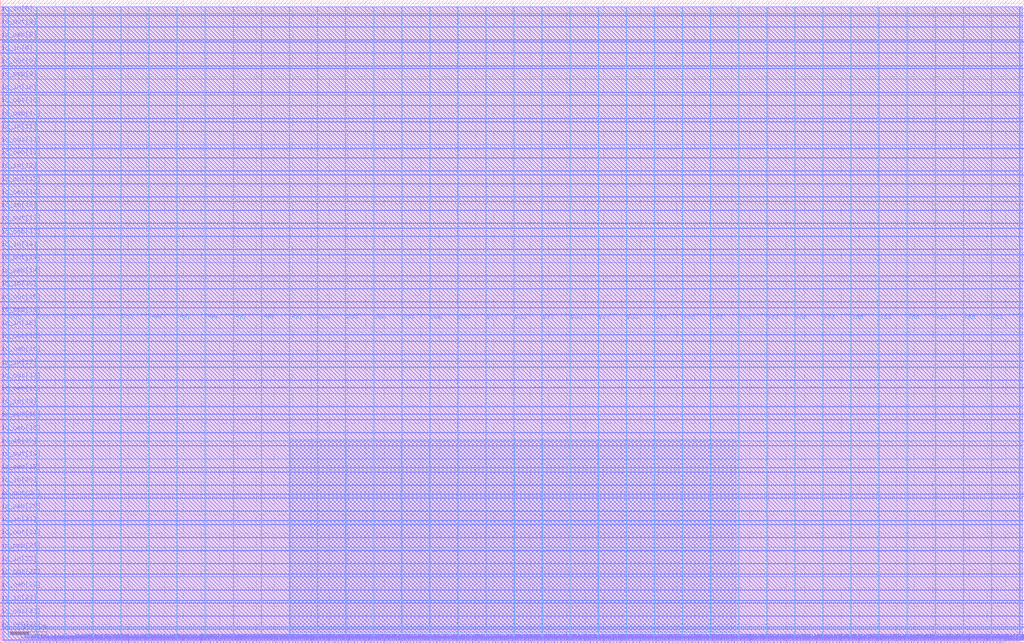
<source format=lef>
VERSION 5.7 ;
  NOWIREEXTENSIONATPIN ON ;
  DIVIDERCHAR "/" ;
  BUSBITCHARS "[]" ;
MACRO user_proj_example
  CLASS BLOCK ;
  FOREIGN user_proj_example ;
  ORIGIN 0.000 0.000 ;
  SIZE 2800.000 BY 1760.000 ;
  PIN io_in[0]
    DIRECTION INPUT ;
    USE SIGNAL ;
    PORT
      LAYER Metal3 ;
        RECT 2796.000 42.560 2800.000 43.120 ;
    END
  END io_in[0]
  PIN io_in[10]
    DIRECTION INPUT ;
    USE SIGNAL ;
    PORT
      LAYER Metal3 ;
        RECT 0.000 1506.400 4.000 1506.960 ;
    END
  END io_in[10]
  PIN io_in[11]
    DIRECTION INPUT ;
    USE SIGNAL ;
    PORT
      LAYER Metal3 ;
        RECT 0.000 1398.880 4.000 1399.440 ;
    END
  END io_in[11]
  PIN io_in[12]
    DIRECTION INPUT ;
    USE SIGNAL ;
    PORT
      LAYER Metal3 ;
        RECT 0.000 1291.360 4.000 1291.920 ;
    END
  END io_in[12]
  PIN io_in[13]
    DIRECTION INPUT ;
    USE SIGNAL ;
    PORT
      LAYER Metal3 ;
        RECT 0.000 1183.840 4.000 1184.400 ;
    END
  END io_in[13]
  PIN io_in[14]
    DIRECTION INPUT ;
    USE SIGNAL ;
    PORT
      LAYER Metal3 ;
        RECT 0.000 1076.320 4.000 1076.880 ;
    END
  END io_in[14]
  PIN io_in[15]
    DIRECTION INPUT ;
    USE SIGNAL ;
    PORT
      LAYER Metal3 ;
        RECT 0.000 968.800 4.000 969.360 ;
    END
  END io_in[15]
  PIN io_in[16]
    DIRECTION INPUT ;
    USE SIGNAL ;
    PORT
      LAYER Metal3 ;
        RECT 0.000 861.280 4.000 861.840 ;
    END
  END io_in[16]
  PIN io_in[17]
    DIRECTION INPUT ;
    USE SIGNAL ;
    PORT
      LAYER Metal3 ;
        RECT 0.000 753.760 4.000 754.320 ;
    END
  END io_in[17]
  PIN io_in[18]
    DIRECTION INPUT ;
    USE SIGNAL ;
    PORT
      LAYER Metal3 ;
        RECT 0.000 646.240 4.000 646.800 ;
    END
  END io_in[18]
  PIN io_in[19]
    DIRECTION INPUT ;
    USE SIGNAL ;
    PORT
      LAYER Metal3 ;
        RECT 0.000 538.720 4.000 539.280 ;
    END
  END io_in[19]
  PIN io_in[1]
    DIRECTION INPUT ;
    USE SIGNAL ;
    PORT
      LAYER Metal3 ;
        RECT 2796.000 260.960 2800.000 261.520 ;
    END
  END io_in[1]
  PIN io_in[20]
    DIRECTION INPUT ;
    USE SIGNAL ;
    PORT
      LAYER Metal3 ;
        RECT 0.000 431.200 4.000 431.760 ;
    END
  END io_in[20]
  PIN io_in[21]
    DIRECTION INPUT ;
    USE SIGNAL ;
    PORT
      LAYER Metal3 ;
        RECT 0.000 323.680 4.000 324.240 ;
    END
  END io_in[21]
  PIN io_in[22]
    DIRECTION INPUT ;
    USE SIGNAL ;
    PORT
      LAYER Metal3 ;
        RECT 0.000 216.160 4.000 216.720 ;
    END
  END io_in[22]
  PIN io_in[23]
    DIRECTION INPUT ;
    USE SIGNAL ;
    PORT
      LAYER Metal3 ;
        RECT 0.000 108.640 4.000 109.200 ;
    END
  END io_in[23]
  PIN io_in[2]
    DIRECTION INPUT ;
    USE SIGNAL ;
    PORT
      LAYER Metal3 ;
        RECT 2796.000 479.360 2800.000 479.920 ;
    END
  END io_in[2]
  PIN io_in[3]
    DIRECTION INPUT ;
    USE SIGNAL ;
    PORT
      LAYER Metal3 ;
        RECT 2796.000 697.760 2800.000 698.320 ;
    END
  END io_in[3]
  PIN io_in[4]
    DIRECTION INPUT ;
    USE SIGNAL ;
    PORT
      LAYER Metal3 ;
        RECT 2796.000 916.160 2800.000 916.720 ;
    END
  END io_in[4]
  PIN io_in[5]
    DIRECTION INPUT ;
    USE SIGNAL ;
    PORT
      LAYER Metal3 ;
        RECT 2796.000 1134.560 2800.000 1135.120 ;
    END
  END io_in[5]
  PIN io_in[6]
    DIRECTION INPUT ;
    USE SIGNAL ;
    PORT
      LAYER Metal3 ;
        RECT 2796.000 1352.960 2800.000 1353.520 ;
    END
  END io_in[6]
  PIN io_in[7]
    DIRECTION INPUT ;
    USE SIGNAL ;
    PORT
      LAYER Metal3 ;
        RECT 2796.000 1571.360 2800.000 1571.920 ;
    END
  END io_in[7]
  PIN io_in[8]
    DIRECTION INPUT ;
    USE SIGNAL ;
    PORT
      LAYER Metal3 ;
        RECT 0.000 1721.440 4.000 1722.000 ;
    END
  END io_in[8]
  PIN io_in[9]
    DIRECTION INPUT ;
    USE SIGNAL ;
    PORT
      LAYER Metal3 ;
        RECT 0.000 1613.920 4.000 1614.480 ;
    END
  END io_in[9]
  PIN io_oeb[0]
    DIRECTION OUTPUT TRISTATE ;
    USE SIGNAL ;
    ANTENNADIFFAREA 4.731200 ;
    PORT
      LAYER Metal3 ;
        RECT 2796.000 188.160 2800.000 188.720 ;
    END
  END io_oeb[0]
  PIN io_oeb[10]
    DIRECTION OUTPUT TRISTATE ;
    USE SIGNAL ;
    ANTENNADIFFAREA 4.731200 ;
    PORT
      LAYER Metal3 ;
        RECT 0.000 1434.720 4.000 1435.280 ;
    END
  END io_oeb[10]
  PIN io_oeb[11]
    DIRECTION OUTPUT TRISTATE ;
    USE SIGNAL ;
    ANTENNADIFFAREA 4.731200 ;
    PORT
      LAYER Metal3 ;
        RECT 0.000 1327.200 4.000 1327.760 ;
    END
  END io_oeb[11]
  PIN io_oeb[12]
    DIRECTION OUTPUT TRISTATE ;
    USE SIGNAL ;
    ANTENNADIFFAREA 4.731200 ;
    PORT
      LAYER Metal3 ;
        RECT 0.000 1219.680 4.000 1220.240 ;
    END
  END io_oeb[12]
  PIN io_oeb[13]
    DIRECTION OUTPUT TRISTATE ;
    USE SIGNAL ;
    ANTENNADIFFAREA 4.731200 ;
    PORT
      LAYER Metal3 ;
        RECT 0.000 1112.160 4.000 1112.720 ;
    END
  END io_oeb[13]
  PIN io_oeb[14]
    DIRECTION OUTPUT TRISTATE ;
    USE SIGNAL ;
    ANTENNADIFFAREA 4.731200 ;
    PORT
      LAYER Metal3 ;
        RECT 0.000 1004.640 4.000 1005.200 ;
    END
  END io_oeb[14]
  PIN io_oeb[15]
    DIRECTION OUTPUT TRISTATE ;
    USE SIGNAL ;
    ANTENNADIFFAREA 4.731200 ;
    PORT
      LAYER Metal3 ;
        RECT 0.000 897.120 4.000 897.680 ;
    END
  END io_oeb[15]
  PIN io_oeb[16]
    DIRECTION OUTPUT TRISTATE ;
    USE SIGNAL ;
    ANTENNADIFFAREA 4.731200 ;
    PORT
      LAYER Metal3 ;
        RECT 0.000 789.600 4.000 790.160 ;
    END
  END io_oeb[16]
  PIN io_oeb[17]
    DIRECTION OUTPUT TRISTATE ;
    USE SIGNAL ;
    ANTENNADIFFAREA 4.731200 ;
    PORT
      LAYER Metal3 ;
        RECT 0.000 682.080 4.000 682.640 ;
    END
  END io_oeb[17]
  PIN io_oeb[18]
    DIRECTION OUTPUT TRISTATE ;
    USE SIGNAL ;
    ANTENNADIFFAREA 4.731200 ;
    PORT
      LAYER Metal3 ;
        RECT 0.000 574.560 4.000 575.120 ;
    END
  END io_oeb[18]
  PIN io_oeb[19]
    DIRECTION OUTPUT TRISTATE ;
    USE SIGNAL ;
    ANTENNADIFFAREA 4.731200 ;
    PORT
      LAYER Metal3 ;
        RECT 0.000 467.040 4.000 467.600 ;
    END
  END io_oeb[19]
  PIN io_oeb[1]
    DIRECTION OUTPUT TRISTATE ;
    USE SIGNAL ;
    ANTENNADIFFAREA 4.731200 ;
    PORT
      LAYER Metal3 ;
        RECT 2796.000 406.560 2800.000 407.120 ;
    END
  END io_oeb[1]
  PIN io_oeb[20]
    DIRECTION OUTPUT TRISTATE ;
    USE SIGNAL ;
    ANTENNADIFFAREA 4.731200 ;
    PORT
      LAYER Metal3 ;
        RECT 0.000 359.520 4.000 360.080 ;
    END
  END io_oeb[20]
  PIN io_oeb[21]
    DIRECTION OUTPUT TRISTATE ;
    USE SIGNAL ;
    ANTENNADIFFAREA 4.731200 ;
    PORT
      LAYER Metal3 ;
        RECT 0.000 252.000 4.000 252.560 ;
    END
  END io_oeb[21]
  PIN io_oeb[22]
    DIRECTION OUTPUT TRISTATE ;
    USE SIGNAL ;
    ANTENNADIFFAREA 4.731200 ;
    PORT
      LAYER Metal3 ;
        RECT 0.000 144.480 4.000 145.040 ;
    END
  END io_oeb[22]
  PIN io_oeb[23]
    DIRECTION OUTPUT TRISTATE ;
    USE SIGNAL ;
    ANTENNADIFFAREA 4.731200 ;
    PORT
      LAYER Metal3 ;
        RECT 0.000 36.960 4.000 37.520 ;
    END
  END io_oeb[23]
  PIN io_oeb[2]
    DIRECTION OUTPUT TRISTATE ;
    USE SIGNAL ;
    ANTENNADIFFAREA 4.731200 ;
    PORT
      LAYER Metal3 ;
        RECT 2796.000 624.960 2800.000 625.520 ;
    END
  END io_oeb[2]
  PIN io_oeb[3]
    DIRECTION OUTPUT TRISTATE ;
    USE SIGNAL ;
    ANTENNADIFFAREA 4.731200 ;
    PORT
      LAYER Metal3 ;
        RECT 2796.000 843.360 2800.000 843.920 ;
    END
  END io_oeb[3]
  PIN io_oeb[4]
    DIRECTION OUTPUT TRISTATE ;
    USE SIGNAL ;
    ANTENNADIFFAREA 4.731200 ;
    PORT
      LAYER Metal3 ;
        RECT 2796.000 1061.760 2800.000 1062.320 ;
    END
  END io_oeb[4]
  PIN io_oeb[5]
    DIRECTION OUTPUT TRISTATE ;
    USE SIGNAL ;
    ANTENNADIFFAREA 4.731200 ;
    PORT
      LAYER Metal3 ;
        RECT 2796.000 1280.160 2800.000 1280.720 ;
    END
  END io_oeb[5]
  PIN io_oeb[6]
    DIRECTION OUTPUT TRISTATE ;
    USE SIGNAL ;
    ANTENNADIFFAREA 4.731200 ;
    PORT
      LAYER Metal3 ;
        RECT 2796.000 1498.560 2800.000 1499.120 ;
    END
  END io_oeb[6]
  PIN io_oeb[7]
    DIRECTION OUTPUT TRISTATE ;
    USE SIGNAL ;
    ANTENNADIFFAREA 4.731200 ;
    PORT
      LAYER Metal3 ;
        RECT 2796.000 1716.960 2800.000 1717.520 ;
    END
  END io_oeb[7]
  PIN io_oeb[8]
    DIRECTION OUTPUT TRISTATE ;
    USE SIGNAL ;
    ANTENNADIFFAREA 4.731200 ;
    PORT
      LAYER Metal3 ;
        RECT 0.000 1649.760 4.000 1650.320 ;
    END
  END io_oeb[8]
  PIN io_oeb[9]
    DIRECTION OUTPUT TRISTATE ;
    USE SIGNAL ;
    ANTENNADIFFAREA 4.731200 ;
    PORT
      LAYER Metal3 ;
        RECT 0.000 1542.240 4.000 1542.800 ;
    END
  END io_oeb[9]
  PIN io_out[0]
    DIRECTION OUTPUT TRISTATE ;
    USE SIGNAL ;
    ANTENNADIFFAREA 4.731200 ;
    PORT
      LAYER Metal3 ;
        RECT 2796.000 115.360 2800.000 115.920 ;
    END
  END io_out[0]
  PIN io_out[10]
    DIRECTION OUTPUT TRISTATE ;
    USE SIGNAL ;
    ANTENNADIFFAREA 4.731200 ;
    PORT
      LAYER Metal3 ;
        RECT 0.000 1470.560 4.000 1471.120 ;
    END
  END io_out[10]
  PIN io_out[11]
    DIRECTION OUTPUT TRISTATE ;
    USE SIGNAL ;
    ANTENNADIFFAREA 4.731200 ;
    PORT
      LAYER Metal3 ;
        RECT 0.000 1363.040 4.000 1363.600 ;
    END
  END io_out[11]
  PIN io_out[12]
    DIRECTION OUTPUT TRISTATE ;
    USE SIGNAL ;
    ANTENNADIFFAREA 4.731200 ;
    PORT
      LAYER Metal3 ;
        RECT 0.000 1255.520 4.000 1256.080 ;
    END
  END io_out[12]
  PIN io_out[13]
    DIRECTION OUTPUT TRISTATE ;
    USE SIGNAL ;
    ANTENNADIFFAREA 4.731200 ;
    PORT
      LAYER Metal3 ;
        RECT 0.000 1148.000 4.000 1148.560 ;
    END
  END io_out[13]
  PIN io_out[14]
    DIRECTION OUTPUT TRISTATE ;
    USE SIGNAL ;
    ANTENNADIFFAREA 4.731200 ;
    PORT
      LAYER Metal3 ;
        RECT 0.000 1040.480 4.000 1041.040 ;
    END
  END io_out[14]
  PIN io_out[15]
    DIRECTION OUTPUT TRISTATE ;
    USE SIGNAL ;
    ANTENNADIFFAREA 4.731200 ;
    PORT
      LAYER Metal3 ;
        RECT 0.000 932.960 4.000 933.520 ;
    END
  END io_out[15]
  PIN io_out[16]
    DIRECTION OUTPUT TRISTATE ;
    USE SIGNAL ;
    ANTENNADIFFAREA 4.731200 ;
    PORT
      LAYER Metal3 ;
        RECT 0.000 825.440 4.000 826.000 ;
    END
  END io_out[16]
  PIN io_out[17]
    DIRECTION OUTPUT TRISTATE ;
    USE SIGNAL ;
    ANTENNADIFFAREA 4.731200 ;
    PORT
      LAYER Metal3 ;
        RECT 0.000 717.920 4.000 718.480 ;
    END
  END io_out[17]
  PIN io_out[18]
    DIRECTION OUTPUT TRISTATE ;
    USE SIGNAL ;
    ANTENNADIFFAREA 4.731200 ;
    PORT
      LAYER Metal3 ;
        RECT 0.000 610.400 4.000 610.960 ;
    END
  END io_out[18]
  PIN io_out[19]
    DIRECTION OUTPUT TRISTATE ;
    USE SIGNAL ;
    ANTENNADIFFAREA 4.731200 ;
    PORT
      LAYER Metal3 ;
        RECT 0.000 502.880 4.000 503.440 ;
    END
  END io_out[19]
  PIN io_out[1]
    DIRECTION OUTPUT TRISTATE ;
    USE SIGNAL ;
    ANTENNADIFFAREA 4.731200 ;
    PORT
      LAYER Metal3 ;
        RECT 2796.000 333.760 2800.000 334.320 ;
    END
  END io_out[1]
  PIN io_out[20]
    DIRECTION OUTPUT TRISTATE ;
    USE SIGNAL ;
    ANTENNADIFFAREA 4.731200 ;
    PORT
      LAYER Metal3 ;
        RECT 0.000 395.360 4.000 395.920 ;
    END
  END io_out[20]
  PIN io_out[21]
    DIRECTION OUTPUT TRISTATE ;
    USE SIGNAL ;
    ANTENNADIFFAREA 4.731200 ;
    PORT
      LAYER Metal3 ;
        RECT 0.000 287.840 4.000 288.400 ;
    END
  END io_out[21]
  PIN io_out[22]
    DIRECTION OUTPUT TRISTATE ;
    USE SIGNAL ;
    ANTENNADIFFAREA 4.731200 ;
    PORT
      LAYER Metal3 ;
        RECT 0.000 180.320 4.000 180.880 ;
    END
  END io_out[22]
  PIN io_out[23]
    DIRECTION OUTPUT TRISTATE ;
    USE SIGNAL ;
    ANTENNADIFFAREA 4.731200 ;
    PORT
      LAYER Metal3 ;
        RECT 0.000 72.800 4.000 73.360 ;
    END
  END io_out[23]
  PIN io_out[2]
    DIRECTION OUTPUT TRISTATE ;
    USE SIGNAL ;
    ANTENNADIFFAREA 4.731200 ;
    PORT
      LAYER Metal3 ;
        RECT 2796.000 552.160 2800.000 552.720 ;
    END
  END io_out[2]
  PIN io_out[3]
    DIRECTION OUTPUT TRISTATE ;
    USE SIGNAL ;
    ANTENNADIFFAREA 4.731200 ;
    PORT
      LAYER Metal3 ;
        RECT 2796.000 770.560 2800.000 771.120 ;
    END
  END io_out[3]
  PIN io_out[4]
    DIRECTION OUTPUT TRISTATE ;
    USE SIGNAL ;
    ANTENNADIFFAREA 4.731200 ;
    PORT
      LAYER Metal3 ;
        RECT 2796.000 988.960 2800.000 989.520 ;
    END
  END io_out[4]
  PIN io_out[5]
    DIRECTION OUTPUT TRISTATE ;
    USE SIGNAL ;
    ANTENNADIFFAREA 4.731200 ;
    PORT
      LAYER Metal3 ;
        RECT 2796.000 1207.360 2800.000 1207.920 ;
    END
  END io_out[5]
  PIN io_out[6]
    DIRECTION OUTPUT TRISTATE ;
    USE SIGNAL ;
    ANTENNADIFFAREA 4.731200 ;
    PORT
      LAYER Metal3 ;
        RECT 2796.000 1425.760 2800.000 1426.320 ;
    END
  END io_out[6]
  PIN io_out[7]
    DIRECTION OUTPUT TRISTATE ;
    USE SIGNAL ;
    ANTENNADIFFAREA 4.731200 ;
    PORT
      LAYER Metal3 ;
        RECT 2796.000 1644.160 2800.000 1644.720 ;
    END
  END io_out[7]
  PIN io_out[8]
    DIRECTION OUTPUT TRISTATE ;
    USE SIGNAL ;
    ANTENNADIFFAREA 4.731200 ;
    PORT
      LAYER Metal3 ;
        RECT 0.000 1685.600 4.000 1686.160 ;
    END
  END io_out[8]
  PIN io_out[9]
    DIRECTION OUTPUT TRISTATE ;
    USE SIGNAL ;
    ANTENNADIFFAREA 4.731200 ;
    PORT
      LAYER Metal3 ;
        RECT 0.000 1578.080 4.000 1578.640 ;
    END
  END io_out[9]
  PIN irq[0]
    DIRECTION OUTPUT TRISTATE ;
    USE SIGNAL ;
    ANTENNADIFFAREA 0.360800 ;
    PORT
      LAYER Metal2 ;
        RECT 2724.960 0.000 2725.520 4.000 ;
    END
  END irq[0]
  PIN irq[1]
    DIRECTION OUTPUT TRISTATE ;
    USE SIGNAL ;
    ANTENNADIFFAREA 0.360800 ;
    PORT
      LAYER Metal2 ;
        RECT 2733.920 0.000 2734.480 4.000 ;
    END
  END irq[1]
  PIN irq[2]
    DIRECTION OUTPUT TRISTATE ;
    USE SIGNAL ;
    ANTENNADIFFAREA 0.360800 ;
    PORT
      LAYER Metal2 ;
        RECT 2742.880 0.000 2743.440 4.000 ;
    END
  END irq[2]
  PIN la_data_in[0]
    DIRECTION INPUT ;
    USE SIGNAL ;
    ANTENNAGATEAREA 0.396000 ;
    ANTENNADIFFAREA 0.410400 ;
    PORT
      LAYER Metal2 ;
        RECT 1004.640 0.000 1005.200 4.000 ;
    END
  END la_data_in[0]
  PIN la_data_in[10]
    DIRECTION INPUT ;
    USE SIGNAL ;
    ANTENNAGATEAREA 0.396000 ;
    ANTENNADIFFAREA 0.410400 ;
    PORT
      LAYER Metal2 ;
        RECT 1273.440 0.000 1274.000 4.000 ;
    END
  END la_data_in[10]
  PIN la_data_in[11]
    DIRECTION INPUT ;
    USE SIGNAL ;
    ANTENNAGATEAREA 0.396000 ;
    ANTENNADIFFAREA 0.410400 ;
    PORT
      LAYER Metal2 ;
        RECT 1300.320 0.000 1300.880 4.000 ;
    END
  END la_data_in[11]
  PIN la_data_in[12]
    DIRECTION INPUT ;
    USE SIGNAL ;
    ANTENNAGATEAREA 0.396000 ;
    ANTENNADIFFAREA 0.410400 ;
    PORT
      LAYER Metal2 ;
        RECT 1327.200 0.000 1327.760 4.000 ;
    END
  END la_data_in[12]
  PIN la_data_in[13]
    DIRECTION INPUT ;
    USE SIGNAL ;
    ANTENNAGATEAREA 0.396000 ;
    ANTENNADIFFAREA 0.410400 ;
    PORT
      LAYER Metal2 ;
        RECT 1354.080 0.000 1354.640 4.000 ;
    END
  END la_data_in[13]
  PIN la_data_in[14]
    DIRECTION INPUT ;
    USE SIGNAL ;
    ANTENNAGATEAREA 0.396000 ;
    ANTENNADIFFAREA 0.410400 ;
    PORT
      LAYER Metal2 ;
        RECT 1380.960 0.000 1381.520 4.000 ;
    END
  END la_data_in[14]
  PIN la_data_in[15]
    DIRECTION INPUT ;
    USE SIGNAL ;
    ANTENNAGATEAREA 0.396000 ;
    ANTENNADIFFAREA 0.410400 ;
    PORT
      LAYER Metal2 ;
        RECT 1407.840 0.000 1408.400 4.000 ;
    END
  END la_data_in[15]
  PIN la_data_in[16]
    DIRECTION INPUT ;
    USE SIGNAL ;
    PORT
      LAYER Metal2 ;
        RECT 1434.720 0.000 1435.280 4.000 ;
    END
  END la_data_in[16]
  PIN la_data_in[17]
    DIRECTION INPUT ;
    USE SIGNAL ;
    PORT
      LAYER Metal2 ;
        RECT 1461.600 0.000 1462.160 4.000 ;
    END
  END la_data_in[17]
  PIN la_data_in[18]
    DIRECTION INPUT ;
    USE SIGNAL ;
    PORT
      LAYER Metal2 ;
        RECT 1488.480 0.000 1489.040 4.000 ;
    END
  END la_data_in[18]
  PIN la_data_in[19]
    DIRECTION INPUT ;
    USE SIGNAL ;
    PORT
      LAYER Metal2 ;
        RECT 1515.360 0.000 1515.920 4.000 ;
    END
  END la_data_in[19]
  PIN la_data_in[1]
    DIRECTION INPUT ;
    USE SIGNAL ;
    ANTENNAGATEAREA 0.396000 ;
    ANTENNADIFFAREA 0.410400 ;
    PORT
      LAYER Metal2 ;
        RECT 1031.520 0.000 1032.080 4.000 ;
    END
  END la_data_in[1]
  PIN la_data_in[20]
    DIRECTION INPUT ;
    USE SIGNAL ;
    PORT
      LAYER Metal2 ;
        RECT 1542.240 0.000 1542.800 4.000 ;
    END
  END la_data_in[20]
  PIN la_data_in[21]
    DIRECTION INPUT ;
    USE SIGNAL ;
    PORT
      LAYER Metal2 ;
        RECT 1569.120 0.000 1569.680 4.000 ;
    END
  END la_data_in[21]
  PIN la_data_in[22]
    DIRECTION INPUT ;
    USE SIGNAL ;
    PORT
      LAYER Metal2 ;
        RECT 1596.000 0.000 1596.560 4.000 ;
    END
  END la_data_in[22]
  PIN la_data_in[23]
    DIRECTION INPUT ;
    USE SIGNAL ;
    PORT
      LAYER Metal2 ;
        RECT 1622.880 0.000 1623.440 4.000 ;
    END
  END la_data_in[23]
  PIN la_data_in[24]
    DIRECTION INPUT ;
    USE SIGNAL ;
    PORT
      LAYER Metal2 ;
        RECT 1649.760 0.000 1650.320 4.000 ;
    END
  END la_data_in[24]
  PIN la_data_in[25]
    DIRECTION INPUT ;
    USE SIGNAL ;
    PORT
      LAYER Metal2 ;
        RECT 1676.640 0.000 1677.200 4.000 ;
    END
  END la_data_in[25]
  PIN la_data_in[26]
    DIRECTION INPUT ;
    USE SIGNAL ;
    PORT
      LAYER Metal2 ;
        RECT 1703.520 0.000 1704.080 4.000 ;
    END
  END la_data_in[26]
  PIN la_data_in[27]
    DIRECTION INPUT ;
    USE SIGNAL ;
    PORT
      LAYER Metal2 ;
        RECT 1730.400 0.000 1730.960 4.000 ;
    END
  END la_data_in[27]
  PIN la_data_in[28]
    DIRECTION INPUT ;
    USE SIGNAL ;
    PORT
      LAYER Metal2 ;
        RECT 1757.280 0.000 1757.840 4.000 ;
    END
  END la_data_in[28]
  PIN la_data_in[29]
    DIRECTION INPUT ;
    USE SIGNAL ;
    PORT
      LAYER Metal2 ;
        RECT 1784.160 0.000 1784.720 4.000 ;
    END
  END la_data_in[29]
  PIN la_data_in[2]
    DIRECTION INPUT ;
    USE SIGNAL ;
    ANTENNAGATEAREA 0.396000 ;
    ANTENNADIFFAREA 0.410400 ;
    PORT
      LAYER Metal2 ;
        RECT 1058.400 0.000 1058.960 4.000 ;
    END
  END la_data_in[2]
  PIN la_data_in[30]
    DIRECTION INPUT ;
    USE SIGNAL ;
    PORT
      LAYER Metal2 ;
        RECT 1811.040 0.000 1811.600 4.000 ;
    END
  END la_data_in[30]
  PIN la_data_in[31]
    DIRECTION INPUT ;
    USE SIGNAL ;
    PORT
      LAYER Metal2 ;
        RECT 1837.920 0.000 1838.480 4.000 ;
    END
  END la_data_in[31]
  PIN la_data_in[32]
    DIRECTION INPUT ;
    USE SIGNAL ;
    ANTENNAGATEAREA 0.741000 ;
    ANTENNADIFFAREA 0.410400 ;
    PORT
      LAYER Metal2 ;
        RECT 1864.800 0.000 1865.360 4.000 ;
    END
  END la_data_in[32]
  PIN la_data_in[33]
    DIRECTION INPUT ;
    USE SIGNAL ;
    ANTENNAGATEAREA 0.396000 ;
    ANTENNADIFFAREA 0.410400 ;
    PORT
      LAYER Metal2 ;
        RECT 1891.680 0.000 1892.240 4.000 ;
    END
  END la_data_in[33]
  PIN la_data_in[34]
    DIRECTION INPUT ;
    USE SIGNAL ;
    PORT
      LAYER Metal2 ;
        RECT 1918.560 0.000 1919.120 4.000 ;
    END
  END la_data_in[34]
  PIN la_data_in[35]
    DIRECTION INPUT ;
    USE SIGNAL ;
    PORT
      LAYER Metal2 ;
        RECT 1945.440 0.000 1946.000 4.000 ;
    END
  END la_data_in[35]
  PIN la_data_in[36]
    DIRECTION INPUT ;
    USE SIGNAL ;
    ANTENNAGATEAREA 0.396000 ;
    ANTENNADIFFAREA 0.410400 ;
    PORT
      LAYER Metal2 ;
        RECT 1972.320 0.000 1972.880 4.000 ;
    END
  END la_data_in[36]
  PIN la_data_in[37]
    DIRECTION INPUT ;
    USE SIGNAL ;
    ANTENNAGATEAREA 0.396000 ;
    ANTENNADIFFAREA 0.410400 ;
    PORT
      LAYER Metal2 ;
        RECT 1999.200 0.000 1999.760 4.000 ;
    END
  END la_data_in[37]
  PIN la_data_in[38]
    DIRECTION INPUT ;
    USE SIGNAL ;
    PORT
      LAYER Metal2 ;
        RECT 2026.080 0.000 2026.640 4.000 ;
    END
  END la_data_in[38]
  PIN la_data_in[39]
    DIRECTION INPUT ;
    USE SIGNAL ;
    PORT
      LAYER Metal2 ;
        RECT 2052.960 0.000 2053.520 4.000 ;
    END
  END la_data_in[39]
  PIN la_data_in[3]
    DIRECTION INPUT ;
    USE SIGNAL ;
    ANTENNAGATEAREA 0.396000 ;
    ANTENNADIFFAREA 0.410400 ;
    PORT
      LAYER Metal2 ;
        RECT 1085.280 0.000 1085.840 4.000 ;
    END
  END la_data_in[3]
  PIN la_data_in[40]
    DIRECTION INPUT ;
    USE SIGNAL ;
    PORT
      LAYER Metal2 ;
        RECT 2079.840 0.000 2080.400 4.000 ;
    END
  END la_data_in[40]
  PIN la_data_in[41]
    DIRECTION INPUT ;
    USE SIGNAL ;
    PORT
      LAYER Metal2 ;
        RECT 2106.720 0.000 2107.280 4.000 ;
    END
  END la_data_in[41]
  PIN la_data_in[42]
    DIRECTION INPUT ;
    USE SIGNAL ;
    PORT
      LAYER Metal2 ;
        RECT 2133.600 0.000 2134.160 4.000 ;
    END
  END la_data_in[42]
  PIN la_data_in[43]
    DIRECTION INPUT ;
    USE SIGNAL ;
    PORT
      LAYER Metal2 ;
        RECT 2160.480 0.000 2161.040 4.000 ;
    END
  END la_data_in[43]
  PIN la_data_in[44]
    DIRECTION INPUT ;
    USE SIGNAL ;
    PORT
      LAYER Metal2 ;
        RECT 2187.360 0.000 2187.920 4.000 ;
    END
  END la_data_in[44]
  PIN la_data_in[45]
    DIRECTION INPUT ;
    USE SIGNAL ;
    PORT
      LAYER Metal2 ;
        RECT 2214.240 0.000 2214.800 4.000 ;
    END
  END la_data_in[45]
  PIN la_data_in[46]
    DIRECTION INPUT ;
    USE SIGNAL ;
    PORT
      LAYER Metal2 ;
        RECT 2241.120 0.000 2241.680 4.000 ;
    END
  END la_data_in[46]
  PIN la_data_in[47]
    DIRECTION INPUT ;
    USE SIGNAL ;
    PORT
      LAYER Metal2 ;
        RECT 2268.000 0.000 2268.560 4.000 ;
    END
  END la_data_in[47]
  PIN la_data_in[48]
    DIRECTION INPUT ;
    USE SIGNAL ;
    PORT
      LAYER Metal2 ;
        RECT 2294.880 0.000 2295.440 4.000 ;
    END
  END la_data_in[48]
  PIN la_data_in[49]
    DIRECTION INPUT ;
    USE SIGNAL ;
    PORT
      LAYER Metal2 ;
        RECT 2321.760 0.000 2322.320 4.000 ;
    END
  END la_data_in[49]
  PIN la_data_in[4]
    DIRECTION INPUT ;
    USE SIGNAL ;
    ANTENNAGATEAREA 0.396000 ;
    ANTENNADIFFAREA 0.410400 ;
    PORT
      LAYER Metal2 ;
        RECT 1112.160 0.000 1112.720 4.000 ;
    END
  END la_data_in[4]
  PIN la_data_in[50]
    DIRECTION INPUT ;
    USE SIGNAL ;
    PORT
      LAYER Metal2 ;
        RECT 2348.640 0.000 2349.200 4.000 ;
    END
  END la_data_in[50]
  PIN la_data_in[51]
    DIRECTION INPUT ;
    USE SIGNAL ;
    PORT
      LAYER Metal2 ;
        RECT 2375.520 0.000 2376.080 4.000 ;
    END
  END la_data_in[51]
  PIN la_data_in[52]
    DIRECTION INPUT ;
    USE SIGNAL ;
    PORT
      LAYER Metal2 ;
        RECT 2402.400 0.000 2402.960 4.000 ;
    END
  END la_data_in[52]
  PIN la_data_in[53]
    DIRECTION INPUT ;
    USE SIGNAL ;
    PORT
      LAYER Metal2 ;
        RECT 2429.280 0.000 2429.840 4.000 ;
    END
  END la_data_in[53]
  PIN la_data_in[54]
    DIRECTION INPUT ;
    USE SIGNAL ;
    PORT
      LAYER Metal2 ;
        RECT 2456.160 0.000 2456.720 4.000 ;
    END
  END la_data_in[54]
  PIN la_data_in[55]
    DIRECTION INPUT ;
    USE SIGNAL ;
    PORT
      LAYER Metal2 ;
        RECT 2483.040 0.000 2483.600 4.000 ;
    END
  END la_data_in[55]
  PIN la_data_in[56]
    DIRECTION INPUT ;
    USE SIGNAL ;
    PORT
      LAYER Metal2 ;
        RECT 2509.920 0.000 2510.480 4.000 ;
    END
  END la_data_in[56]
  PIN la_data_in[57]
    DIRECTION INPUT ;
    USE SIGNAL ;
    PORT
      LAYER Metal2 ;
        RECT 2536.800 0.000 2537.360 4.000 ;
    END
  END la_data_in[57]
  PIN la_data_in[58]
    DIRECTION INPUT ;
    USE SIGNAL ;
    PORT
      LAYER Metal2 ;
        RECT 2563.680 0.000 2564.240 4.000 ;
    END
  END la_data_in[58]
  PIN la_data_in[59]
    DIRECTION INPUT ;
    USE SIGNAL ;
    PORT
      LAYER Metal2 ;
        RECT 2590.560 0.000 2591.120 4.000 ;
    END
  END la_data_in[59]
  PIN la_data_in[5]
    DIRECTION INPUT ;
    USE SIGNAL ;
    ANTENNAGATEAREA 0.396000 ;
    ANTENNADIFFAREA 0.410400 ;
    PORT
      LAYER Metal2 ;
        RECT 1139.040 0.000 1139.600 4.000 ;
    END
  END la_data_in[5]
  PIN la_data_in[60]
    DIRECTION INPUT ;
    USE SIGNAL ;
    PORT
      LAYER Metal2 ;
        RECT 2617.440 0.000 2618.000 4.000 ;
    END
  END la_data_in[60]
  PIN la_data_in[61]
    DIRECTION INPUT ;
    USE SIGNAL ;
    PORT
      LAYER Metal2 ;
        RECT 2644.320 0.000 2644.880 4.000 ;
    END
  END la_data_in[61]
  PIN la_data_in[62]
    DIRECTION INPUT ;
    USE SIGNAL ;
    PORT
      LAYER Metal2 ;
        RECT 2671.200 0.000 2671.760 4.000 ;
    END
  END la_data_in[62]
  PIN la_data_in[63]
    DIRECTION INPUT ;
    USE SIGNAL ;
    PORT
      LAYER Metal2 ;
        RECT 2698.080 0.000 2698.640 4.000 ;
    END
  END la_data_in[63]
  PIN la_data_in[6]
    DIRECTION INPUT ;
    USE SIGNAL ;
    ANTENNAGATEAREA 0.396000 ;
    ANTENNADIFFAREA 0.410400 ;
    PORT
      LAYER Metal2 ;
        RECT 1165.920 0.000 1166.480 4.000 ;
    END
  END la_data_in[6]
  PIN la_data_in[7]
    DIRECTION INPUT ;
    USE SIGNAL ;
    ANTENNAGATEAREA 0.396000 ;
    ANTENNADIFFAREA 0.410400 ;
    PORT
      LAYER Metal2 ;
        RECT 1192.800 0.000 1193.360 4.000 ;
    END
  END la_data_in[7]
  PIN la_data_in[8]
    DIRECTION INPUT ;
    USE SIGNAL ;
    ANTENNAGATEAREA 0.396000 ;
    ANTENNADIFFAREA 0.410400 ;
    PORT
      LAYER Metal2 ;
        RECT 1219.680 0.000 1220.240 4.000 ;
    END
  END la_data_in[8]
  PIN la_data_in[9]
    DIRECTION INPUT ;
    USE SIGNAL ;
    ANTENNAGATEAREA 0.396000 ;
    ANTENNADIFFAREA 0.410400 ;
    PORT
      LAYER Metal2 ;
        RECT 1246.560 0.000 1247.120 4.000 ;
    END
  END la_data_in[9]
  PIN la_data_out[0]
    DIRECTION OUTPUT TRISTATE ;
    USE SIGNAL ;
    ANTENNADIFFAREA 4.731200 ;
    PORT
      LAYER Metal2 ;
        RECT 1013.600 0.000 1014.160 4.000 ;
    END
  END la_data_out[0]
  PIN la_data_out[10]
    DIRECTION OUTPUT TRISTATE ;
    USE SIGNAL ;
    ANTENNADIFFAREA 4.731200 ;
    PORT
      LAYER Metal2 ;
        RECT 1282.400 0.000 1282.960 4.000 ;
    END
  END la_data_out[10]
  PIN la_data_out[11]
    DIRECTION OUTPUT TRISTATE ;
    USE SIGNAL ;
    ANTENNADIFFAREA 4.731200 ;
    PORT
      LAYER Metal2 ;
        RECT 1309.280 0.000 1309.840 4.000 ;
    END
  END la_data_out[11]
  PIN la_data_out[12]
    DIRECTION OUTPUT TRISTATE ;
    USE SIGNAL ;
    ANTENNADIFFAREA 4.731200 ;
    PORT
      LAYER Metal2 ;
        RECT 1336.160 0.000 1336.720 4.000 ;
    END
  END la_data_out[12]
  PIN la_data_out[13]
    DIRECTION OUTPUT TRISTATE ;
    USE SIGNAL ;
    ANTENNADIFFAREA 4.731200 ;
    PORT
      LAYER Metal2 ;
        RECT 1363.040 0.000 1363.600 4.000 ;
    END
  END la_data_out[13]
  PIN la_data_out[14]
    DIRECTION OUTPUT TRISTATE ;
    USE SIGNAL ;
    ANTENNADIFFAREA 4.731200 ;
    PORT
      LAYER Metal2 ;
        RECT 1389.920 0.000 1390.480 4.000 ;
    END
  END la_data_out[14]
  PIN la_data_out[15]
    DIRECTION OUTPUT TRISTATE ;
    USE SIGNAL ;
    ANTENNADIFFAREA 4.731200 ;
    PORT
      LAYER Metal2 ;
        RECT 1416.800 0.000 1417.360 4.000 ;
    END
  END la_data_out[15]
  PIN la_data_out[16]
    DIRECTION OUTPUT TRISTATE ;
    USE SIGNAL ;
    ANTENNADIFFAREA 4.731200 ;
    PORT
      LAYER Metal2 ;
        RECT 1443.680 0.000 1444.240 4.000 ;
    END
  END la_data_out[16]
  PIN la_data_out[17]
    DIRECTION OUTPUT TRISTATE ;
    USE SIGNAL ;
    ANTENNADIFFAREA 4.731200 ;
    PORT
      LAYER Metal2 ;
        RECT 1470.560 0.000 1471.120 4.000 ;
    END
  END la_data_out[17]
  PIN la_data_out[18]
    DIRECTION OUTPUT TRISTATE ;
    USE SIGNAL ;
    ANTENNADIFFAREA 4.731200 ;
    PORT
      LAYER Metal2 ;
        RECT 1497.440 0.000 1498.000 4.000 ;
    END
  END la_data_out[18]
  PIN la_data_out[19]
    DIRECTION OUTPUT TRISTATE ;
    USE SIGNAL ;
    ANTENNADIFFAREA 4.731200 ;
    PORT
      LAYER Metal2 ;
        RECT 1524.320 0.000 1524.880 4.000 ;
    END
  END la_data_out[19]
  PIN la_data_out[1]
    DIRECTION OUTPUT TRISTATE ;
    USE SIGNAL ;
    ANTENNADIFFAREA 4.731200 ;
    PORT
      LAYER Metal2 ;
        RECT 1040.480 0.000 1041.040 4.000 ;
    END
  END la_data_out[1]
  PIN la_data_out[20]
    DIRECTION OUTPUT TRISTATE ;
    USE SIGNAL ;
    ANTENNADIFFAREA 4.731200 ;
    PORT
      LAYER Metal2 ;
        RECT 1551.200 0.000 1551.760 4.000 ;
    END
  END la_data_out[20]
  PIN la_data_out[21]
    DIRECTION OUTPUT TRISTATE ;
    USE SIGNAL ;
    ANTENNADIFFAREA 4.731200 ;
    PORT
      LAYER Metal2 ;
        RECT 1578.080 0.000 1578.640 4.000 ;
    END
  END la_data_out[21]
  PIN la_data_out[22]
    DIRECTION OUTPUT TRISTATE ;
    USE SIGNAL ;
    ANTENNADIFFAREA 4.731200 ;
    PORT
      LAYER Metal2 ;
        RECT 1604.960 0.000 1605.520 4.000 ;
    END
  END la_data_out[22]
  PIN la_data_out[23]
    DIRECTION OUTPUT TRISTATE ;
    USE SIGNAL ;
    ANTENNADIFFAREA 4.731200 ;
    PORT
      LAYER Metal2 ;
        RECT 1631.840 0.000 1632.400 4.000 ;
    END
  END la_data_out[23]
  PIN la_data_out[24]
    DIRECTION OUTPUT TRISTATE ;
    USE SIGNAL ;
    ANTENNADIFFAREA 0.360800 ;
    PORT
      LAYER Metal2 ;
        RECT 1658.720 0.000 1659.280 4.000 ;
    END
  END la_data_out[24]
  PIN la_data_out[25]
    DIRECTION OUTPUT TRISTATE ;
    USE SIGNAL ;
    ANTENNADIFFAREA 0.360800 ;
    PORT
      LAYER Metal2 ;
        RECT 1685.600 0.000 1686.160 4.000 ;
    END
  END la_data_out[25]
  PIN la_data_out[26]
    DIRECTION OUTPUT TRISTATE ;
    USE SIGNAL ;
    ANTENNADIFFAREA 0.360800 ;
    PORT
      LAYER Metal2 ;
        RECT 1712.480 0.000 1713.040 4.000 ;
    END
  END la_data_out[26]
  PIN la_data_out[27]
    DIRECTION OUTPUT TRISTATE ;
    USE SIGNAL ;
    ANTENNADIFFAREA 0.360800 ;
    PORT
      LAYER Metal2 ;
        RECT 1739.360 0.000 1739.920 4.000 ;
    END
  END la_data_out[27]
  PIN la_data_out[28]
    DIRECTION OUTPUT TRISTATE ;
    USE SIGNAL ;
    ANTENNADIFFAREA 0.360800 ;
    PORT
      LAYER Metal2 ;
        RECT 1766.240 0.000 1766.800 4.000 ;
    END
  END la_data_out[28]
  PIN la_data_out[29]
    DIRECTION OUTPUT TRISTATE ;
    USE SIGNAL ;
    ANTENNADIFFAREA 0.360800 ;
    PORT
      LAYER Metal2 ;
        RECT 1793.120 0.000 1793.680 4.000 ;
    END
  END la_data_out[29]
  PIN la_data_out[2]
    DIRECTION OUTPUT TRISTATE ;
    USE SIGNAL ;
    ANTENNADIFFAREA 4.731200 ;
    PORT
      LAYER Metal2 ;
        RECT 1067.360 0.000 1067.920 4.000 ;
    END
  END la_data_out[2]
  PIN la_data_out[30]
    DIRECTION OUTPUT TRISTATE ;
    USE SIGNAL ;
    ANTENNADIFFAREA 0.360800 ;
    PORT
      LAYER Metal2 ;
        RECT 1820.000 0.000 1820.560 4.000 ;
    END
  END la_data_out[30]
  PIN la_data_out[31]
    DIRECTION OUTPUT TRISTATE ;
    USE SIGNAL ;
    ANTENNADIFFAREA 0.360800 ;
    PORT
      LAYER Metal2 ;
        RECT 1846.880 0.000 1847.440 4.000 ;
    END
  END la_data_out[31]
  PIN la_data_out[32]
    DIRECTION OUTPUT TRISTATE ;
    USE SIGNAL ;
    ANTENNADIFFAREA 0.360800 ;
    PORT
      LAYER Metal2 ;
        RECT 1873.760 0.000 1874.320 4.000 ;
    END
  END la_data_out[32]
  PIN la_data_out[33]
    DIRECTION OUTPUT TRISTATE ;
    USE SIGNAL ;
    ANTENNADIFFAREA 0.360800 ;
    PORT
      LAYER Metal2 ;
        RECT 1900.640 0.000 1901.200 4.000 ;
    END
  END la_data_out[33]
  PIN la_data_out[34]
    DIRECTION OUTPUT TRISTATE ;
    USE SIGNAL ;
    ANTENNADIFFAREA 0.360800 ;
    PORT
      LAYER Metal2 ;
        RECT 1927.520 0.000 1928.080 4.000 ;
    END
  END la_data_out[34]
  PIN la_data_out[35]
    DIRECTION OUTPUT TRISTATE ;
    USE SIGNAL ;
    ANTENNADIFFAREA 0.360800 ;
    PORT
      LAYER Metal2 ;
        RECT 1954.400 0.000 1954.960 4.000 ;
    END
  END la_data_out[35]
  PIN la_data_out[36]
    DIRECTION OUTPUT TRISTATE ;
    USE SIGNAL ;
    ANTENNADIFFAREA 0.360800 ;
    PORT
      LAYER Metal2 ;
        RECT 1981.280 0.000 1981.840 4.000 ;
    END
  END la_data_out[36]
  PIN la_data_out[37]
    DIRECTION OUTPUT TRISTATE ;
    USE SIGNAL ;
    ANTENNADIFFAREA 0.360800 ;
    PORT
      LAYER Metal2 ;
        RECT 2008.160 0.000 2008.720 4.000 ;
    END
  END la_data_out[37]
  PIN la_data_out[38]
    DIRECTION OUTPUT TRISTATE ;
    USE SIGNAL ;
    ANTENNADIFFAREA 0.360800 ;
    PORT
      LAYER Metal2 ;
        RECT 2035.040 0.000 2035.600 4.000 ;
    END
  END la_data_out[38]
  PIN la_data_out[39]
    DIRECTION OUTPUT TRISTATE ;
    USE SIGNAL ;
    ANTENNADIFFAREA 0.360800 ;
    PORT
      LAYER Metal2 ;
        RECT 2061.920 0.000 2062.480 4.000 ;
    END
  END la_data_out[39]
  PIN la_data_out[3]
    DIRECTION OUTPUT TRISTATE ;
    USE SIGNAL ;
    ANTENNADIFFAREA 4.731200 ;
    PORT
      LAYER Metal2 ;
        RECT 1094.240 0.000 1094.800 4.000 ;
    END
  END la_data_out[3]
  PIN la_data_out[40]
    DIRECTION OUTPUT TRISTATE ;
    USE SIGNAL ;
    ANTENNADIFFAREA 0.360800 ;
    PORT
      LAYER Metal2 ;
        RECT 2088.800 0.000 2089.360 4.000 ;
    END
  END la_data_out[40]
  PIN la_data_out[41]
    DIRECTION OUTPUT TRISTATE ;
    USE SIGNAL ;
    ANTENNADIFFAREA 0.360800 ;
    PORT
      LAYER Metal2 ;
        RECT 2115.680 0.000 2116.240 4.000 ;
    END
  END la_data_out[41]
  PIN la_data_out[42]
    DIRECTION OUTPUT TRISTATE ;
    USE SIGNAL ;
    ANTENNADIFFAREA 0.360800 ;
    PORT
      LAYER Metal2 ;
        RECT 2142.560 0.000 2143.120 4.000 ;
    END
  END la_data_out[42]
  PIN la_data_out[43]
    DIRECTION OUTPUT TRISTATE ;
    USE SIGNAL ;
    ANTENNADIFFAREA 0.360800 ;
    PORT
      LAYER Metal2 ;
        RECT 2169.440 0.000 2170.000 4.000 ;
    END
  END la_data_out[43]
  PIN la_data_out[44]
    DIRECTION OUTPUT TRISTATE ;
    USE SIGNAL ;
    ANTENNADIFFAREA 0.360800 ;
    PORT
      LAYER Metal2 ;
        RECT 2196.320 0.000 2196.880 4.000 ;
    END
  END la_data_out[44]
  PIN la_data_out[45]
    DIRECTION OUTPUT TRISTATE ;
    USE SIGNAL ;
    ANTENNADIFFAREA 0.360800 ;
    PORT
      LAYER Metal2 ;
        RECT 2223.200 0.000 2223.760 4.000 ;
    END
  END la_data_out[45]
  PIN la_data_out[46]
    DIRECTION OUTPUT TRISTATE ;
    USE SIGNAL ;
    ANTENNADIFFAREA 0.360800 ;
    PORT
      LAYER Metal2 ;
        RECT 2250.080 0.000 2250.640 4.000 ;
    END
  END la_data_out[46]
  PIN la_data_out[47]
    DIRECTION OUTPUT TRISTATE ;
    USE SIGNAL ;
    ANTENNADIFFAREA 0.360800 ;
    PORT
      LAYER Metal2 ;
        RECT 2276.960 0.000 2277.520 4.000 ;
    END
  END la_data_out[47]
  PIN la_data_out[48]
    DIRECTION OUTPUT TRISTATE ;
    USE SIGNAL ;
    ANTENNADIFFAREA 0.360800 ;
    PORT
      LAYER Metal2 ;
        RECT 2303.840 0.000 2304.400 4.000 ;
    END
  END la_data_out[48]
  PIN la_data_out[49]
    DIRECTION OUTPUT TRISTATE ;
    USE SIGNAL ;
    ANTENNADIFFAREA 0.360800 ;
    PORT
      LAYER Metal2 ;
        RECT 2330.720 0.000 2331.280 4.000 ;
    END
  END la_data_out[49]
  PIN la_data_out[4]
    DIRECTION OUTPUT TRISTATE ;
    USE SIGNAL ;
    ANTENNADIFFAREA 4.731200 ;
    PORT
      LAYER Metal2 ;
        RECT 1121.120 0.000 1121.680 4.000 ;
    END
  END la_data_out[4]
  PIN la_data_out[50]
    DIRECTION OUTPUT TRISTATE ;
    USE SIGNAL ;
    ANTENNADIFFAREA 0.360800 ;
    PORT
      LAYER Metal2 ;
        RECT 2357.600 0.000 2358.160 4.000 ;
    END
  END la_data_out[50]
  PIN la_data_out[51]
    DIRECTION OUTPUT TRISTATE ;
    USE SIGNAL ;
    ANTENNADIFFAREA 0.360800 ;
    PORT
      LAYER Metal2 ;
        RECT 2384.480 0.000 2385.040 4.000 ;
    END
  END la_data_out[51]
  PIN la_data_out[52]
    DIRECTION OUTPUT TRISTATE ;
    USE SIGNAL ;
    ANTENNADIFFAREA 0.360800 ;
    PORT
      LAYER Metal2 ;
        RECT 2411.360 0.000 2411.920 4.000 ;
    END
  END la_data_out[52]
  PIN la_data_out[53]
    DIRECTION OUTPUT TRISTATE ;
    USE SIGNAL ;
    ANTENNADIFFAREA 0.360800 ;
    PORT
      LAYER Metal2 ;
        RECT 2438.240 0.000 2438.800 4.000 ;
    END
  END la_data_out[53]
  PIN la_data_out[54]
    DIRECTION OUTPUT TRISTATE ;
    USE SIGNAL ;
    ANTENNADIFFAREA 0.360800 ;
    PORT
      LAYER Metal2 ;
        RECT 2465.120 0.000 2465.680 4.000 ;
    END
  END la_data_out[54]
  PIN la_data_out[55]
    DIRECTION OUTPUT TRISTATE ;
    USE SIGNAL ;
    ANTENNADIFFAREA 0.360800 ;
    PORT
      LAYER Metal2 ;
        RECT 2492.000 0.000 2492.560 4.000 ;
    END
  END la_data_out[55]
  PIN la_data_out[56]
    DIRECTION OUTPUT TRISTATE ;
    USE SIGNAL ;
    ANTENNADIFFAREA 0.360800 ;
    PORT
      LAYER Metal2 ;
        RECT 2518.880 0.000 2519.440 4.000 ;
    END
  END la_data_out[56]
  PIN la_data_out[57]
    DIRECTION OUTPUT TRISTATE ;
    USE SIGNAL ;
    ANTENNADIFFAREA 0.360800 ;
    PORT
      LAYER Metal2 ;
        RECT 2545.760 0.000 2546.320 4.000 ;
    END
  END la_data_out[57]
  PIN la_data_out[58]
    DIRECTION OUTPUT TRISTATE ;
    USE SIGNAL ;
    ANTENNADIFFAREA 0.360800 ;
    PORT
      LAYER Metal2 ;
        RECT 2572.640 0.000 2573.200 4.000 ;
    END
  END la_data_out[58]
  PIN la_data_out[59]
    DIRECTION OUTPUT TRISTATE ;
    USE SIGNAL ;
    ANTENNADIFFAREA 0.360800 ;
    PORT
      LAYER Metal2 ;
        RECT 2599.520 0.000 2600.080 4.000 ;
    END
  END la_data_out[59]
  PIN la_data_out[5]
    DIRECTION OUTPUT TRISTATE ;
    USE SIGNAL ;
    ANTENNADIFFAREA 4.731200 ;
    PORT
      LAYER Metal2 ;
        RECT 1148.000 0.000 1148.560 4.000 ;
    END
  END la_data_out[5]
  PIN la_data_out[60]
    DIRECTION OUTPUT TRISTATE ;
    USE SIGNAL ;
    ANTENNADIFFAREA 0.360800 ;
    PORT
      LAYER Metal2 ;
        RECT 2626.400 0.000 2626.960 4.000 ;
    END
  END la_data_out[60]
  PIN la_data_out[61]
    DIRECTION OUTPUT TRISTATE ;
    USE SIGNAL ;
    ANTENNADIFFAREA 0.360800 ;
    PORT
      LAYER Metal2 ;
        RECT 2653.280 0.000 2653.840 4.000 ;
    END
  END la_data_out[61]
  PIN la_data_out[62]
    DIRECTION OUTPUT TRISTATE ;
    USE SIGNAL ;
    ANTENNADIFFAREA 0.360800 ;
    PORT
      LAYER Metal2 ;
        RECT 2680.160 0.000 2680.720 4.000 ;
    END
  END la_data_out[62]
  PIN la_data_out[63]
    DIRECTION OUTPUT TRISTATE ;
    USE SIGNAL ;
    ANTENNADIFFAREA 0.360800 ;
    PORT
      LAYER Metal2 ;
        RECT 2707.040 0.000 2707.600 4.000 ;
    END
  END la_data_out[63]
  PIN la_data_out[6]
    DIRECTION OUTPUT TRISTATE ;
    USE SIGNAL ;
    ANTENNADIFFAREA 4.731200 ;
    PORT
      LAYER Metal2 ;
        RECT 1174.880 0.000 1175.440 4.000 ;
    END
  END la_data_out[6]
  PIN la_data_out[7]
    DIRECTION OUTPUT TRISTATE ;
    USE SIGNAL ;
    ANTENNADIFFAREA 4.731200 ;
    PORT
      LAYER Metal2 ;
        RECT 1201.760 0.000 1202.320 4.000 ;
    END
  END la_data_out[7]
  PIN la_data_out[8]
    DIRECTION OUTPUT TRISTATE ;
    USE SIGNAL ;
    ANTENNADIFFAREA 4.731200 ;
    PORT
      LAYER Metal2 ;
        RECT 1228.640 0.000 1229.200 4.000 ;
    END
  END la_data_out[8]
  PIN la_data_out[9]
    DIRECTION OUTPUT TRISTATE ;
    USE SIGNAL ;
    ANTENNADIFFAREA 4.731200 ;
    PORT
      LAYER Metal2 ;
        RECT 1255.520 0.000 1256.080 4.000 ;
    END
  END la_data_out[9]
  PIN la_oenb[0]
    DIRECTION INPUT ;
    USE SIGNAL ;
    PORT
      LAYER Metal2 ;
        RECT 1022.560 0.000 1023.120 4.000 ;
    END
  END la_oenb[0]
  PIN la_oenb[10]
    DIRECTION INPUT ;
    USE SIGNAL ;
    PORT
      LAYER Metal2 ;
        RECT 1291.360 0.000 1291.920 4.000 ;
    END
  END la_oenb[10]
  PIN la_oenb[11]
    DIRECTION INPUT ;
    USE SIGNAL ;
    PORT
      LAYER Metal2 ;
        RECT 1318.240 0.000 1318.800 4.000 ;
    END
  END la_oenb[11]
  PIN la_oenb[12]
    DIRECTION INPUT ;
    USE SIGNAL ;
    PORT
      LAYER Metal2 ;
        RECT 1345.120 0.000 1345.680 4.000 ;
    END
  END la_oenb[12]
  PIN la_oenb[13]
    DIRECTION INPUT ;
    USE SIGNAL ;
    PORT
      LAYER Metal2 ;
        RECT 1372.000 0.000 1372.560 4.000 ;
    END
  END la_oenb[13]
  PIN la_oenb[14]
    DIRECTION INPUT ;
    USE SIGNAL ;
    PORT
      LAYER Metal2 ;
        RECT 1398.880 0.000 1399.440 4.000 ;
    END
  END la_oenb[14]
  PIN la_oenb[15]
    DIRECTION INPUT ;
    USE SIGNAL ;
    PORT
      LAYER Metal2 ;
        RECT 1425.760 0.000 1426.320 4.000 ;
    END
  END la_oenb[15]
  PIN la_oenb[16]
    DIRECTION INPUT ;
    USE SIGNAL ;
    PORT
      LAYER Metal2 ;
        RECT 1452.640 0.000 1453.200 4.000 ;
    END
  END la_oenb[16]
  PIN la_oenb[17]
    DIRECTION INPUT ;
    USE SIGNAL ;
    PORT
      LAYER Metal2 ;
        RECT 1479.520 0.000 1480.080 4.000 ;
    END
  END la_oenb[17]
  PIN la_oenb[18]
    DIRECTION INPUT ;
    USE SIGNAL ;
    PORT
      LAYER Metal2 ;
        RECT 1506.400 0.000 1506.960 4.000 ;
    END
  END la_oenb[18]
  PIN la_oenb[19]
    DIRECTION INPUT ;
    USE SIGNAL ;
    PORT
      LAYER Metal2 ;
        RECT 1533.280 0.000 1533.840 4.000 ;
    END
  END la_oenb[19]
  PIN la_oenb[1]
    DIRECTION INPUT ;
    USE SIGNAL ;
    PORT
      LAYER Metal2 ;
        RECT 1049.440 0.000 1050.000 4.000 ;
    END
  END la_oenb[1]
  PIN la_oenb[20]
    DIRECTION INPUT ;
    USE SIGNAL ;
    PORT
      LAYER Metal2 ;
        RECT 1560.160 0.000 1560.720 4.000 ;
    END
  END la_oenb[20]
  PIN la_oenb[21]
    DIRECTION INPUT ;
    USE SIGNAL ;
    PORT
      LAYER Metal2 ;
        RECT 1587.040 0.000 1587.600 4.000 ;
    END
  END la_oenb[21]
  PIN la_oenb[22]
    DIRECTION INPUT ;
    USE SIGNAL ;
    PORT
      LAYER Metal2 ;
        RECT 1613.920 0.000 1614.480 4.000 ;
    END
  END la_oenb[22]
  PIN la_oenb[23]
    DIRECTION INPUT ;
    USE SIGNAL ;
    PORT
      LAYER Metal2 ;
        RECT 1640.800 0.000 1641.360 4.000 ;
    END
  END la_oenb[23]
  PIN la_oenb[24]
    DIRECTION INPUT ;
    USE SIGNAL ;
    PORT
      LAYER Metal2 ;
        RECT 1667.680 0.000 1668.240 4.000 ;
    END
  END la_oenb[24]
  PIN la_oenb[25]
    DIRECTION INPUT ;
    USE SIGNAL ;
    PORT
      LAYER Metal2 ;
        RECT 1694.560 0.000 1695.120 4.000 ;
    END
  END la_oenb[25]
  PIN la_oenb[26]
    DIRECTION INPUT ;
    USE SIGNAL ;
    PORT
      LAYER Metal2 ;
        RECT 1721.440 0.000 1722.000 4.000 ;
    END
  END la_oenb[26]
  PIN la_oenb[27]
    DIRECTION INPUT ;
    USE SIGNAL ;
    PORT
      LAYER Metal2 ;
        RECT 1748.320 0.000 1748.880 4.000 ;
    END
  END la_oenb[27]
  PIN la_oenb[28]
    DIRECTION INPUT ;
    USE SIGNAL ;
    PORT
      LAYER Metal2 ;
        RECT 1775.200 0.000 1775.760 4.000 ;
    END
  END la_oenb[28]
  PIN la_oenb[29]
    DIRECTION INPUT ;
    USE SIGNAL ;
    PORT
      LAYER Metal2 ;
        RECT 1802.080 0.000 1802.640 4.000 ;
    END
  END la_oenb[29]
  PIN la_oenb[2]
    DIRECTION INPUT ;
    USE SIGNAL ;
    PORT
      LAYER Metal2 ;
        RECT 1076.320 0.000 1076.880 4.000 ;
    END
  END la_oenb[2]
  PIN la_oenb[30]
    DIRECTION INPUT ;
    USE SIGNAL ;
    PORT
      LAYER Metal2 ;
        RECT 1828.960 0.000 1829.520 4.000 ;
    END
  END la_oenb[30]
  PIN la_oenb[31]
    DIRECTION INPUT ;
    USE SIGNAL ;
    PORT
      LAYER Metal2 ;
        RECT 1855.840 0.000 1856.400 4.000 ;
    END
  END la_oenb[31]
  PIN la_oenb[32]
    DIRECTION INPUT ;
    USE SIGNAL ;
    ANTENNAGATEAREA 0.741000 ;
    ANTENNADIFFAREA 0.410400 ;
    PORT
      LAYER Metal2 ;
        RECT 1882.720 0.000 1883.280 4.000 ;
    END
  END la_oenb[32]
  PIN la_oenb[33]
    DIRECTION INPUT ;
    USE SIGNAL ;
    ANTENNAGATEAREA 0.396000 ;
    ANTENNADIFFAREA 0.410400 ;
    PORT
      LAYER Metal2 ;
        RECT 1909.600 0.000 1910.160 4.000 ;
    END
  END la_oenb[33]
  PIN la_oenb[34]
    DIRECTION INPUT ;
    USE SIGNAL ;
    PORT
      LAYER Metal2 ;
        RECT 1936.480 0.000 1937.040 4.000 ;
    END
  END la_oenb[34]
  PIN la_oenb[35]
    DIRECTION INPUT ;
    USE SIGNAL ;
    PORT
      LAYER Metal2 ;
        RECT 1963.360 0.000 1963.920 4.000 ;
    END
  END la_oenb[35]
  PIN la_oenb[36]
    DIRECTION INPUT ;
    USE SIGNAL ;
    PORT
      LAYER Metal2 ;
        RECT 1990.240 0.000 1990.800 4.000 ;
    END
  END la_oenb[36]
  PIN la_oenb[37]
    DIRECTION INPUT ;
    USE SIGNAL ;
    PORT
      LAYER Metal2 ;
        RECT 2017.120 0.000 2017.680 4.000 ;
    END
  END la_oenb[37]
  PIN la_oenb[38]
    DIRECTION INPUT ;
    USE SIGNAL ;
    PORT
      LAYER Metal2 ;
        RECT 2044.000 0.000 2044.560 4.000 ;
    END
  END la_oenb[38]
  PIN la_oenb[39]
    DIRECTION INPUT ;
    USE SIGNAL ;
    PORT
      LAYER Metal2 ;
        RECT 2070.880 0.000 2071.440 4.000 ;
    END
  END la_oenb[39]
  PIN la_oenb[3]
    DIRECTION INPUT ;
    USE SIGNAL ;
    PORT
      LAYER Metal2 ;
        RECT 1103.200 0.000 1103.760 4.000 ;
    END
  END la_oenb[3]
  PIN la_oenb[40]
    DIRECTION INPUT ;
    USE SIGNAL ;
    PORT
      LAYER Metal2 ;
        RECT 2097.760 0.000 2098.320 4.000 ;
    END
  END la_oenb[40]
  PIN la_oenb[41]
    DIRECTION INPUT ;
    USE SIGNAL ;
    PORT
      LAYER Metal2 ;
        RECT 2124.640 0.000 2125.200 4.000 ;
    END
  END la_oenb[41]
  PIN la_oenb[42]
    DIRECTION INPUT ;
    USE SIGNAL ;
    PORT
      LAYER Metal2 ;
        RECT 2151.520 0.000 2152.080 4.000 ;
    END
  END la_oenb[42]
  PIN la_oenb[43]
    DIRECTION INPUT ;
    USE SIGNAL ;
    PORT
      LAYER Metal2 ;
        RECT 2178.400 0.000 2178.960 4.000 ;
    END
  END la_oenb[43]
  PIN la_oenb[44]
    DIRECTION INPUT ;
    USE SIGNAL ;
    PORT
      LAYER Metal2 ;
        RECT 2205.280 0.000 2205.840 4.000 ;
    END
  END la_oenb[44]
  PIN la_oenb[45]
    DIRECTION INPUT ;
    USE SIGNAL ;
    PORT
      LAYER Metal2 ;
        RECT 2232.160 0.000 2232.720 4.000 ;
    END
  END la_oenb[45]
  PIN la_oenb[46]
    DIRECTION INPUT ;
    USE SIGNAL ;
    PORT
      LAYER Metal2 ;
        RECT 2259.040 0.000 2259.600 4.000 ;
    END
  END la_oenb[46]
  PIN la_oenb[47]
    DIRECTION INPUT ;
    USE SIGNAL ;
    PORT
      LAYER Metal2 ;
        RECT 2285.920 0.000 2286.480 4.000 ;
    END
  END la_oenb[47]
  PIN la_oenb[48]
    DIRECTION INPUT ;
    USE SIGNAL ;
    PORT
      LAYER Metal2 ;
        RECT 2312.800 0.000 2313.360 4.000 ;
    END
  END la_oenb[48]
  PIN la_oenb[49]
    DIRECTION INPUT ;
    USE SIGNAL ;
    PORT
      LAYER Metal2 ;
        RECT 2339.680 0.000 2340.240 4.000 ;
    END
  END la_oenb[49]
  PIN la_oenb[4]
    DIRECTION INPUT ;
    USE SIGNAL ;
    PORT
      LAYER Metal2 ;
        RECT 1130.080 0.000 1130.640 4.000 ;
    END
  END la_oenb[4]
  PIN la_oenb[50]
    DIRECTION INPUT ;
    USE SIGNAL ;
    PORT
      LAYER Metal2 ;
        RECT 2366.560 0.000 2367.120 4.000 ;
    END
  END la_oenb[50]
  PIN la_oenb[51]
    DIRECTION INPUT ;
    USE SIGNAL ;
    PORT
      LAYER Metal2 ;
        RECT 2393.440 0.000 2394.000 4.000 ;
    END
  END la_oenb[51]
  PIN la_oenb[52]
    DIRECTION INPUT ;
    USE SIGNAL ;
    PORT
      LAYER Metal2 ;
        RECT 2420.320 0.000 2420.880 4.000 ;
    END
  END la_oenb[52]
  PIN la_oenb[53]
    DIRECTION INPUT ;
    USE SIGNAL ;
    PORT
      LAYER Metal2 ;
        RECT 2447.200 0.000 2447.760 4.000 ;
    END
  END la_oenb[53]
  PIN la_oenb[54]
    DIRECTION INPUT ;
    USE SIGNAL ;
    PORT
      LAYER Metal2 ;
        RECT 2474.080 0.000 2474.640 4.000 ;
    END
  END la_oenb[54]
  PIN la_oenb[55]
    DIRECTION INPUT ;
    USE SIGNAL ;
    PORT
      LAYER Metal2 ;
        RECT 2500.960 0.000 2501.520 4.000 ;
    END
  END la_oenb[55]
  PIN la_oenb[56]
    DIRECTION INPUT ;
    USE SIGNAL ;
    PORT
      LAYER Metal2 ;
        RECT 2527.840 0.000 2528.400 4.000 ;
    END
  END la_oenb[56]
  PIN la_oenb[57]
    DIRECTION INPUT ;
    USE SIGNAL ;
    PORT
      LAYER Metal2 ;
        RECT 2554.720 0.000 2555.280 4.000 ;
    END
  END la_oenb[57]
  PIN la_oenb[58]
    DIRECTION INPUT ;
    USE SIGNAL ;
    PORT
      LAYER Metal2 ;
        RECT 2581.600 0.000 2582.160 4.000 ;
    END
  END la_oenb[58]
  PIN la_oenb[59]
    DIRECTION INPUT ;
    USE SIGNAL ;
    PORT
      LAYER Metal2 ;
        RECT 2608.480 0.000 2609.040 4.000 ;
    END
  END la_oenb[59]
  PIN la_oenb[5]
    DIRECTION INPUT ;
    USE SIGNAL ;
    PORT
      LAYER Metal2 ;
        RECT 1156.960 0.000 1157.520 4.000 ;
    END
  END la_oenb[5]
  PIN la_oenb[60]
    DIRECTION INPUT ;
    USE SIGNAL ;
    PORT
      LAYER Metal2 ;
        RECT 2635.360 0.000 2635.920 4.000 ;
    END
  END la_oenb[60]
  PIN la_oenb[61]
    DIRECTION INPUT ;
    USE SIGNAL ;
    PORT
      LAYER Metal2 ;
        RECT 2662.240 0.000 2662.800 4.000 ;
    END
  END la_oenb[61]
  PIN la_oenb[62]
    DIRECTION INPUT ;
    USE SIGNAL ;
    PORT
      LAYER Metal2 ;
        RECT 2689.120 0.000 2689.680 4.000 ;
    END
  END la_oenb[62]
  PIN la_oenb[63]
    DIRECTION INPUT ;
    USE SIGNAL ;
    PORT
      LAYER Metal2 ;
        RECT 2716.000 0.000 2716.560 4.000 ;
    END
  END la_oenb[63]
  PIN la_oenb[6]
    DIRECTION INPUT ;
    USE SIGNAL ;
    PORT
      LAYER Metal2 ;
        RECT 1183.840 0.000 1184.400 4.000 ;
    END
  END la_oenb[6]
  PIN la_oenb[7]
    DIRECTION INPUT ;
    USE SIGNAL ;
    PORT
      LAYER Metal2 ;
        RECT 1210.720 0.000 1211.280 4.000 ;
    END
  END la_oenb[7]
  PIN la_oenb[8]
    DIRECTION INPUT ;
    USE SIGNAL ;
    PORT
      LAYER Metal2 ;
        RECT 1237.600 0.000 1238.160 4.000 ;
    END
  END la_oenb[8]
  PIN la_oenb[9]
    DIRECTION INPUT ;
    USE SIGNAL ;
    PORT
      LAYER Metal2 ;
        RECT 1264.480 0.000 1265.040 4.000 ;
    END
  END la_oenb[9]
  PIN vdd
    DIRECTION INOUT ;
    USE POWER ;
    PORT
      LAYER Metal4 ;
        RECT 22.240 15.380 23.840 1740.780 ;
    END
    PORT
      LAYER Metal4 ;
        RECT 175.840 15.380 177.440 1740.780 ;
    END
    PORT
      LAYER Metal4 ;
        RECT 329.440 15.380 331.040 1740.780 ;
    END
    PORT
      LAYER Metal4 ;
        RECT 483.040 15.380 484.640 1740.780 ;
    END
    PORT
      LAYER Metal4 ;
        RECT 636.640 15.380 638.240 1740.780 ;
    END
    PORT
      LAYER Metal4 ;
        RECT 790.240 15.380 791.840 1740.780 ;
    END
    PORT
      LAYER Metal4 ;
        RECT 943.840 15.380 945.440 1740.780 ;
    END
    PORT
      LAYER Metal4 ;
        RECT 1097.440 15.380 1099.040 1740.780 ;
    END
    PORT
      LAYER Metal4 ;
        RECT 1251.040 15.380 1252.640 1740.780 ;
    END
    PORT
      LAYER Metal4 ;
        RECT 1404.640 15.380 1406.240 1740.780 ;
    END
    PORT
      LAYER Metal4 ;
        RECT 1558.240 15.380 1559.840 1740.780 ;
    END
    PORT
      LAYER Metal4 ;
        RECT 1711.840 15.380 1713.440 1740.780 ;
    END
    PORT
      LAYER Metal4 ;
        RECT 1865.440 15.380 1867.040 1740.780 ;
    END
    PORT
      LAYER Metal4 ;
        RECT 2019.040 15.380 2020.640 1740.780 ;
    END
    PORT
      LAYER Metal4 ;
        RECT 2172.640 15.380 2174.240 1740.780 ;
    END
    PORT
      LAYER Metal4 ;
        RECT 2326.240 15.380 2327.840 1740.780 ;
    END
    PORT
      LAYER Metal4 ;
        RECT 2479.840 15.380 2481.440 1740.780 ;
    END
    PORT
      LAYER Metal4 ;
        RECT 2633.440 15.380 2635.040 1740.780 ;
    END
    PORT
      LAYER Metal4 ;
        RECT 2787.040 15.380 2788.640 1740.780 ;
    END
  END vdd
  PIN vss
    DIRECTION INOUT ;
    USE GROUND ;
    PORT
      LAYER Metal4 ;
        RECT 99.040 15.380 100.640 1740.780 ;
    END
    PORT
      LAYER Metal4 ;
        RECT 252.640 15.380 254.240 1740.780 ;
    END
    PORT
      LAYER Metal4 ;
        RECT 406.240 15.380 407.840 1740.780 ;
    END
    PORT
      LAYER Metal4 ;
        RECT 559.840 15.380 561.440 1740.780 ;
    END
    PORT
      LAYER Metal4 ;
        RECT 713.440 15.380 715.040 1740.780 ;
    END
    PORT
      LAYER Metal4 ;
        RECT 867.040 15.380 868.640 1740.780 ;
    END
    PORT
      LAYER Metal4 ;
        RECT 1020.640 15.380 1022.240 1740.780 ;
    END
    PORT
      LAYER Metal4 ;
        RECT 1174.240 15.380 1175.840 1740.780 ;
    END
    PORT
      LAYER Metal4 ;
        RECT 1327.840 15.380 1329.440 1740.780 ;
    END
    PORT
      LAYER Metal4 ;
        RECT 1481.440 15.380 1483.040 1740.780 ;
    END
    PORT
      LAYER Metal4 ;
        RECT 1635.040 15.380 1636.640 1740.780 ;
    END
    PORT
      LAYER Metal4 ;
        RECT 1788.640 15.380 1790.240 1740.780 ;
    END
    PORT
      LAYER Metal4 ;
        RECT 1942.240 15.380 1943.840 1740.780 ;
    END
    PORT
      LAYER Metal4 ;
        RECT 2095.840 15.380 2097.440 1740.780 ;
    END
    PORT
      LAYER Metal4 ;
        RECT 2249.440 15.380 2251.040 1740.780 ;
    END
    PORT
      LAYER Metal4 ;
        RECT 2403.040 15.380 2404.640 1740.780 ;
    END
    PORT
      LAYER Metal4 ;
        RECT 2556.640 15.380 2558.240 1740.780 ;
    END
    PORT
      LAYER Metal4 ;
        RECT 2710.240 15.380 2711.840 1740.780 ;
    END
  END vss
  PIN wb_clk_i
    DIRECTION INPUT ;
    USE SIGNAL ;
    ANTENNAGATEAREA 1.102000 ;
    ANTENNADIFFAREA 0.410400 ;
    PORT
      LAYER Metal2 ;
        RECT 54.880 0.000 55.440 4.000 ;
    END
  END wb_clk_i
  PIN wb_rst_i
    DIRECTION INPUT ;
    USE SIGNAL ;
    ANTENNAGATEAREA 2.369000 ;
    ANTENNADIFFAREA 0.410400 ;
    PORT
      LAYER Metal2 ;
        RECT 63.840 0.000 64.400 4.000 ;
    END
  END wb_rst_i
  PIN wbs_ack_o
    DIRECTION OUTPUT TRISTATE ;
    USE SIGNAL ;
    ANTENNADIFFAREA 4.731200 ;
    PORT
      LAYER Metal2 ;
        RECT 72.800 0.000 73.360 4.000 ;
    END
  END wbs_ack_o
  PIN wbs_adr_i[0]
    DIRECTION INPUT ;
    USE SIGNAL ;
    PORT
      LAYER Metal2 ;
        RECT 108.640 0.000 109.200 4.000 ;
    END
  END wbs_adr_i[0]
  PIN wbs_adr_i[10]
    DIRECTION INPUT ;
    USE SIGNAL ;
    PORT
      LAYER Metal2 ;
        RECT 413.280 0.000 413.840 4.000 ;
    END
  END wbs_adr_i[10]
  PIN wbs_adr_i[11]
    DIRECTION INPUT ;
    USE SIGNAL ;
    PORT
      LAYER Metal2 ;
        RECT 440.160 0.000 440.720 4.000 ;
    END
  END wbs_adr_i[11]
  PIN wbs_adr_i[12]
    DIRECTION INPUT ;
    USE SIGNAL ;
    PORT
      LAYER Metal2 ;
        RECT 467.040 0.000 467.600 4.000 ;
    END
  END wbs_adr_i[12]
  PIN wbs_adr_i[13]
    DIRECTION INPUT ;
    USE SIGNAL ;
    PORT
      LAYER Metal2 ;
        RECT 493.920 0.000 494.480 4.000 ;
    END
  END wbs_adr_i[13]
  PIN wbs_adr_i[14]
    DIRECTION INPUT ;
    USE SIGNAL ;
    PORT
      LAYER Metal2 ;
        RECT 520.800 0.000 521.360 4.000 ;
    END
  END wbs_adr_i[14]
  PIN wbs_adr_i[15]
    DIRECTION INPUT ;
    USE SIGNAL ;
    PORT
      LAYER Metal2 ;
        RECT 547.680 0.000 548.240 4.000 ;
    END
  END wbs_adr_i[15]
  PIN wbs_adr_i[16]
    DIRECTION INPUT ;
    USE SIGNAL ;
    PORT
      LAYER Metal2 ;
        RECT 574.560 0.000 575.120 4.000 ;
    END
  END wbs_adr_i[16]
  PIN wbs_adr_i[17]
    DIRECTION INPUT ;
    USE SIGNAL ;
    PORT
      LAYER Metal2 ;
        RECT 601.440 0.000 602.000 4.000 ;
    END
  END wbs_adr_i[17]
  PIN wbs_adr_i[18]
    DIRECTION INPUT ;
    USE SIGNAL ;
    PORT
      LAYER Metal2 ;
        RECT 628.320 0.000 628.880 4.000 ;
    END
  END wbs_adr_i[18]
  PIN wbs_adr_i[19]
    DIRECTION INPUT ;
    USE SIGNAL ;
    PORT
      LAYER Metal2 ;
        RECT 655.200 0.000 655.760 4.000 ;
    END
  END wbs_adr_i[19]
  PIN wbs_adr_i[1]
    DIRECTION INPUT ;
    USE SIGNAL ;
    PORT
      LAYER Metal2 ;
        RECT 144.480 0.000 145.040 4.000 ;
    END
  END wbs_adr_i[1]
  PIN wbs_adr_i[20]
    DIRECTION INPUT ;
    USE SIGNAL ;
    PORT
      LAYER Metal2 ;
        RECT 682.080 0.000 682.640 4.000 ;
    END
  END wbs_adr_i[20]
  PIN wbs_adr_i[21]
    DIRECTION INPUT ;
    USE SIGNAL ;
    PORT
      LAYER Metal2 ;
        RECT 708.960 0.000 709.520 4.000 ;
    END
  END wbs_adr_i[21]
  PIN wbs_adr_i[22]
    DIRECTION INPUT ;
    USE SIGNAL ;
    PORT
      LAYER Metal2 ;
        RECT 735.840 0.000 736.400 4.000 ;
    END
  END wbs_adr_i[22]
  PIN wbs_adr_i[23]
    DIRECTION INPUT ;
    USE SIGNAL ;
    PORT
      LAYER Metal2 ;
        RECT 762.720 0.000 763.280 4.000 ;
    END
  END wbs_adr_i[23]
  PIN wbs_adr_i[24]
    DIRECTION INPUT ;
    USE SIGNAL ;
    PORT
      LAYER Metal2 ;
        RECT 789.600 0.000 790.160 4.000 ;
    END
  END wbs_adr_i[24]
  PIN wbs_adr_i[25]
    DIRECTION INPUT ;
    USE SIGNAL ;
    PORT
      LAYER Metal2 ;
        RECT 816.480 0.000 817.040 4.000 ;
    END
  END wbs_adr_i[25]
  PIN wbs_adr_i[26]
    DIRECTION INPUT ;
    USE SIGNAL ;
    PORT
      LAYER Metal2 ;
        RECT 843.360 0.000 843.920 4.000 ;
    END
  END wbs_adr_i[26]
  PIN wbs_adr_i[27]
    DIRECTION INPUT ;
    USE SIGNAL ;
    PORT
      LAYER Metal2 ;
        RECT 870.240 0.000 870.800 4.000 ;
    END
  END wbs_adr_i[27]
  PIN wbs_adr_i[28]
    DIRECTION INPUT ;
    USE SIGNAL ;
    PORT
      LAYER Metal2 ;
        RECT 897.120 0.000 897.680 4.000 ;
    END
  END wbs_adr_i[28]
  PIN wbs_adr_i[29]
    DIRECTION INPUT ;
    USE SIGNAL ;
    PORT
      LAYER Metal2 ;
        RECT 924.000 0.000 924.560 4.000 ;
    END
  END wbs_adr_i[29]
  PIN wbs_adr_i[2]
    DIRECTION INPUT ;
    USE SIGNAL ;
    PORT
      LAYER Metal2 ;
        RECT 180.320 0.000 180.880 4.000 ;
    END
  END wbs_adr_i[2]
  PIN wbs_adr_i[30]
    DIRECTION INPUT ;
    USE SIGNAL ;
    PORT
      LAYER Metal2 ;
        RECT 950.880 0.000 951.440 4.000 ;
    END
  END wbs_adr_i[30]
  PIN wbs_adr_i[31]
    DIRECTION INPUT ;
    USE SIGNAL ;
    PORT
      LAYER Metal2 ;
        RECT 977.760 0.000 978.320 4.000 ;
    END
  END wbs_adr_i[31]
  PIN wbs_adr_i[3]
    DIRECTION INPUT ;
    USE SIGNAL ;
    PORT
      LAYER Metal2 ;
        RECT 216.160 0.000 216.720 4.000 ;
    END
  END wbs_adr_i[3]
  PIN wbs_adr_i[4]
    DIRECTION INPUT ;
    USE SIGNAL ;
    PORT
      LAYER Metal2 ;
        RECT 252.000 0.000 252.560 4.000 ;
    END
  END wbs_adr_i[4]
  PIN wbs_adr_i[5]
    DIRECTION INPUT ;
    USE SIGNAL ;
    PORT
      LAYER Metal2 ;
        RECT 278.880 0.000 279.440 4.000 ;
    END
  END wbs_adr_i[5]
  PIN wbs_adr_i[6]
    DIRECTION INPUT ;
    USE SIGNAL ;
    PORT
      LAYER Metal2 ;
        RECT 305.760 0.000 306.320 4.000 ;
    END
  END wbs_adr_i[6]
  PIN wbs_adr_i[7]
    DIRECTION INPUT ;
    USE SIGNAL ;
    PORT
      LAYER Metal2 ;
        RECT 332.640 0.000 333.200 4.000 ;
    END
  END wbs_adr_i[7]
  PIN wbs_adr_i[8]
    DIRECTION INPUT ;
    USE SIGNAL ;
    PORT
      LAYER Metal2 ;
        RECT 359.520 0.000 360.080 4.000 ;
    END
  END wbs_adr_i[8]
  PIN wbs_adr_i[9]
    DIRECTION INPUT ;
    USE SIGNAL ;
    PORT
      LAYER Metal2 ;
        RECT 386.400 0.000 386.960 4.000 ;
    END
  END wbs_adr_i[9]
  PIN wbs_cyc_i
    DIRECTION INPUT ;
    USE SIGNAL ;
    PORT
      LAYER Metal2 ;
        RECT 81.760 0.000 82.320 4.000 ;
    END
  END wbs_cyc_i
  PIN wbs_dat_i[0]
    DIRECTION INPUT ;
    USE SIGNAL ;
    PORT
      LAYER Metal2 ;
        RECT 117.600 0.000 118.160 4.000 ;
    END
  END wbs_dat_i[0]
  PIN wbs_dat_i[10]
    DIRECTION INPUT ;
    USE SIGNAL ;
    PORT
      LAYER Metal2 ;
        RECT 422.240 0.000 422.800 4.000 ;
    END
  END wbs_dat_i[10]
  PIN wbs_dat_i[11]
    DIRECTION INPUT ;
    USE SIGNAL ;
    PORT
      LAYER Metal2 ;
        RECT 449.120 0.000 449.680 4.000 ;
    END
  END wbs_dat_i[11]
  PIN wbs_dat_i[12]
    DIRECTION INPUT ;
    USE SIGNAL ;
    PORT
      LAYER Metal2 ;
        RECT 476.000 0.000 476.560 4.000 ;
    END
  END wbs_dat_i[12]
  PIN wbs_dat_i[13]
    DIRECTION INPUT ;
    USE SIGNAL ;
    PORT
      LAYER Metal2 ;
        RECT 502.880 0.000 503.440 4.000 ;
    END
  END wbs_dat_i[13]
  PIN wbs_dat_i[14]
    DIRECTION INPUT ;
    USE SIGNAL ;
    PORT
      LAYER Metal2 ;
        RECT 529.760 0.000 530.320 4.000 ;
    END
  END wbs_dat_i[14]
  PIN wbs_dat_i[15]
    DIRECTION INPUT ;
    USE SIGNAL ;
    PORT
      LAYER Metal2 ;
        RECT 556.640 0.000 557.200 4.000 ;
    END
  END wbs_dat_i[15]
  PIN wbs_dat_i[16]
    DIRECTION INPUT ;
    USE SIGNAL ;
    PORT
      LAYER Metal2 ;
        RECT 583.520 0.000 584.080 4.000 ;
    END
  END wbs_dat_i[16]
  PIN wbs_dat_i[17]
    DIRECTION INPUT ;
    USE SIGNAL ;
    PORT
      LAYER Metal2 ;
        RECT 610.400 0.000 610.960 4.000 ;
    END
  END wbs_dat_i[17]
  PIN wbs_dat_i[18]
    DIRECTION INPUT ;
    USE SIGNAL ;
    PORT
      LAYER Metal2 ;
        RECT 637.280 0.000 637.840 4.000 ;
    END
  END wbs_dat_i[18]
  PIN wbs_dat_i[19]
    DIRECTION INPUT ;
    USE SIGNAL ;
    PORT
      LAYER Metal2 ;
        RECT 664.160 0.000 664.720 4.000 ;
    END
  END wbs_dat_i[19]
  PIN wbs_dat_i[1]
    DIRECTION INPUT ;
    USE SIGNAL ;
    PORT
      LAYER Metal2 ;
        RECT 153.440 0.000 154.000 4.000 ;
    END
  END wbs_dat_i[1]
  PIN wbs_dat_i[20]
    DIRECTION INPUT ;
    USE SIGNAL ;
    PORT
      LAYER Metal2 ;
        RECT 691.040 0.000 691.600 4.000 ;
    END
  END wbs_dat_i[20]
  PIN wbs_dat_i[21]
    DIRECTION INPUT ;
    USE SIGNAL ;
    PORT
      LAYER Metal2 ;
        RECT 717.920 0.000 718.480 4.000 ;
    END
  END wbs_dat_i[21]
  PIN wbs_dat_i[22]
    DIRECTION INPUT ;
    USE SIGNAL ;
    PORT
      LAYER Metal2 ;
        RECT 744.800 0.000 745.360 4.000 ;
    END
  END wbs_dat_i[22]
  PIN wbs_dat_i[23]
    DIRECTION INPUT ;
    USE SIGNAL ;
    PORT
      LAYER Metal2 ;
        RECT 771.680 0.000 772.240 4.000 ;
    END
  END wbs_dat_i[23]
  PIN wbs_dat_i[24]
    DIRECTION INPUT ;
    USE SIGNAL ;
    PORT
      LAYER Metal2 ;
        RECT 798.560 0.000 799.120 4.000 ;
    END
  END wbs_dat_i[24]
  PIN wbs_dat_i[25]
    DIRECTION INPUT ;
    USE SIGNAL ;
    PORT
      LAYER Metal2 ;
        RECT 825.440 0.000 826.000 4.000 ;
    END
  END wbs_dat_i[25]
  PIN wbs_dat_i[26]
    DIRECTION INPUT ;
    USE SIGNAL ;
    PORT
      LAYER Metal2 ;
        RECT 852.320 0.000 852.880 4.000 ;
    END
  END wbs_dat_i[26]
  PIN wbs_dat_i[27]
    DIRECTION INPUT ;
    USE SIGNAL ;
    PORT
      LAYER Metal2 ;
        RECT 879.200 0.000 879.760 4.000 ;
    END
  END wbs_dat_i[27]
  PIN wbs_dat_i[28]
    DIRECTION INPUT ;
    USE SIGNAL ;
    PORT
      LAYER Metal2 ;
        RECT 906.080 0.000 906.640 4.000 ;
    END
  END wbs_dat_i[28]
  PIN wbs_dat_i[29]
    DIRECTION INPUT ;
    USE SIGNAL ;
    PORT
      LAYER Metal2 ;
        RECT 932.960 0.000 933.520 4.000 ;
    END
  END wbs_dat_i[29]
  PIN wbs_dat_i[2]
    DIRECTION INPUT ;
    USE SIGNAL ;
    PORT
      LAYER Metal2 ;
        RECT 189.280 0.000 189.840 4.000 ;
    END
  END wbs_dat_i[2]
  PIN wbs_dat_i[30]
    DIRECTION INPUT ;
    USE SIGNAL ;
    PORT
      LAYER Metal2 ;
        RECT 959.840 0.000 960.400 4.000 ;
    END
  END wbs_dat_i[30]
  PIN wbs_dat_i[31]
    DIRECTION INPUT ;
    USE SIGNAL ;
    PORT
      LAYER Metal2 ;
        RECT 986.720 0.000 987.280 4.000 ;
    END
  END wbs_dat_i[31]
  PIN wbs_dat_i[3]
    DIRECTION INPUT ;
    USE SIGNAL ;
    PORT
      LAYER Metal2 ;
        RECT 225.120 0.000 225.680 4.000 ;
    END
  END wbs_dat_i[3]
  PIN wbs_dat_i[4]
    DIRECTION INPUT ;
    USE SIGNAL ;
    PORT
      LAYER Metal2 ;
        RECT 260.960 0.000 261.520 4.000 ;
    END
  END wbs_dat_i[4]
  PIN wbs_dat_i[5]
    DIRECTION INPUT ;
    USE SIGNAL ;
    PORT
      LAYER Metal2 ;
        RECT 287.840 0.000 288.400 4.000 ;
    END
  END wbs_dat_i[5]
  PIN wbs_dat_i[6]
    DIRECTION INPUT ;
    USE SIGNAL ;
    PORT
      LAYER Metal2 ;
        RECT 314.720 0.000 315.280 4.000 ;
    END
  END wbs_dat_i[6]
  PIN wbs_dat_i[7]
    DIRECTION INPUT ;
    USE SIGNAL ;
    PORT
      LAYER Metal2 ;
        RECT 341.600 0.000 342.160 4.000 ;
    END
  END wbs_dat_i[7]
  PIN wbs_dat_i[8]
    DIRECTION INPUT ;
    USE SIGNAL ;
    PORT
      LAYER Metal2 ;
        RECT 368.480 0.000 369.040 4.000 ;
    END
  END wbs_dat_i[8]
  PIN wbs_dat_i[9]
    DIRECTION INPUT ;
    USE SIGNAL ;
    PORT
      LAYER Metal2 ;
        RECT 395.360 0.000 395.920 4.000 ;
    END
  END wbs_dat_i[9]
  PIN wbs_dat_o[0]
    DIRECTION OUTPUT TRISTATE ;
    USE SIGNAL ;
    ANTENNADIFFAREA 4.731200 ;
    PORT
      LAYER Metal2 ;
        RECT 126.560 0.000 127.120 4.000 ;
    END
  END wbs_dat_o[0]
  PIN wbs_dat_o[10]
    DIRECTION OUTPUT TRISTATE ;
    USE SIGNAL ;
    ANTENNADIFFAREA 4.731200 ;
    PORT
      LAYER Metal2 ;
        RECT 431.200 0.000 431.760 4.000 ;
    END
  END wbs_dat_o[10]
  PIN wbs_dat_o[11]
    DIRECTION OUTPUT TRISTATE ;
    USE SIGNAL ;
    ANTENNADIFFAREA 4.731200 ;
    PORT
      LAYER Metal2 ;
        RECT 458.080 0.000 458.640 4.000 ;
    END
  END wbs_dat_o[11]
  PIN wbs_dat_o[12]
    DIRECTION OUTPUT TRISTATE ;
    USE SIGNAL ;
    ANTENNADIFFAREA 4.731200 ;
    PORT
      LAYER Metal2 ;
        RECT 484.960 0.000 485.520 4.000 ;
    END
  END wbs_dat_o[12]
  PIN wbs_dat_o[13]
    DIRECTION OUTPUT TRISTATE ;
    USE SIGNAL ;
    ANTENNADIFFAREA 4.731200 ;
    PORT
      LAYER Metal2 ;
        RECT 511.840 0.000 512.400 4.000 ;
    END
  END wbs_dat_o[13]
  PIN wbs_dat_o[14]
    DIRECTION OUTPUT TRISTATE ;
    USE SIGNAL ;
    ANTENNADIFFAREA 4.731200 ;
    PORT
      LAYER Metal2 ;
        RECT 538.720 0.000 539.280 4.000 ;
    END
  END wbs_dat_o[14]
  PIN wbs_dat_o[15]
    DIRECTION OUTPUT TRISTATE ;
    USE SIGNAL ;
    ANTENNADIFFAREA 4.731200 ;
    PORT
      LAYER Metal2 ;
        RECT 565.600 0.000 566.160 4.000 ;
    END
  END wbs_dat_o[15]
  PIN wbs_dat_o[16]
    DIRECTION OUTPUT TRISTATE ;
    USE SIGNAL ;
    ANTENNADIFFAREA 4.731200 ;
    PORT
      LAYER Metal2 ;
        RECT 592.480 0.000 593.040 4.000 ;
    END
  END wbs_dat_o[16]
  PIN wbs_dat_o[17]
    DIRECTION OUTPUT TRISTATE ;
    USE SIGNAL ;
    ANTENNADIFFAREA 4.731200 ;
    PORT
      LAYER Metal2 ;
        RECT 619.360 0.000 619.920 4.000 ;
    END
  END wbs_dat_o[17]
  PIN wbs_dat_o[18]
    DIRECTION OUTPUT TRISTATE ;
    USE SIGNAL ;
    ANTENNADIFFAREA 4.731200 ;
    PORT
      LAYER Metal2 ;
        RECT 646.240 0.000 646.800 4.000 ;
    END
  END wbs_dat_o[18]
  PIN wbs_dat_o[19]
    DIRECTION OUTPUT TRISTATE ;
    USE SIGNAL ;
    ANTENNADIFFAREA 4.731200 ;
    PORT
      LAYER Metal2 ;
        RECT 673.120 0.000 673.680 4.000 ;
    END
  END wbs_dat_o[19]
  PIN wbs_dat_o[1]
    DIRECTION OUTPUT TRISTATE ;
    USE SIGNAL ;
    ANTENNADIFFAREA 4.731200 ;
    PORT
      LAYER Metal2 ;
        RECT 162.400 0.000 162.960 4.000 ;
    END
  END wbs_dat_o[1]
  PIN wbs_dat_o[20]
    DIRECTION OUTPUT TRISTATE ;
    USE SIGNAL ;
    ANTENNADIFFAREA 4.731200 ;
    PORT
      LAYER Metal2 ;
        RECT 700.000 0.000 700.560 4.000 ;
    END
  END wbs_dat_o[20]
  PIN wbs_dat_o[21]
    DIRECTION OUTPUT TRISTATE ;
    USE SIGNAL ;
    ANTENNADIFFAREA 4.731200 ;
    PORT
      LAYER Metal2 ;
        RECT 726.880 0.000 727.440 4.000 ;
    END
  END wbs_dat_o[21]
  PIN wbs_dat_o[22]
    DIRECTION OUTPUT TRISTATE ;
    USE SIGNAL ;
    ANTENNADIFFAREA 4.731200 ;
    PORT
      LAYER Metal2 ;
        RECT 753.760 0.000 754.320 4.000 ;
    END
  END wbs_dat_o[22]
  PIN wbs_dat_o[23]
    DIRECTION OUTPUT TRISTATE ;
    USE SIGNAL ;
    ANTENNADIFFAREA 4.731200 ;
    PORT
      LAYER Metal2 ;
        RECT 780.640 0.000 781.200 4.000 ;
    END
  END wbs_dat_o[23]
  PIN wbs_dat_o[24]
    DIRECTION OUTPUT TRISTATE ;
    USE SIGNAL ;
    ANTENNADIFFAREA 0.360800 ;
    PORT
      LAYER Metal2 ;
        RECT 807.520 0.000 808.080 4.000 ;
    END
  END wbs_dat_o[24]
  PIN wbs_dat_o[25]
    DIRECTION OUTPUT TRISTATE ;
    USE SIGNAL ;
    ANTENNADIFFAREA 0.360800 ;
    PORT
      LAYER Metal2 ;
        RECT 834.400 0.000 834.960 4.000 ;
    END
  END wbs_dat_o[25]
  PIN wbs_dat_o[26]
    DIRECTION OUTPUT TRISTATE ;
    USE SIGNAL ;
    ANTENNADIFFAREA 0.360800 ;
    PORT
      LAYER Metal2 ;
        RECT 861.280 0.000 861.840 4.000 ;
    END
  END wbs_dat_o[26]
  PIN wbs_dat_o[27]
    DIRECTION OUTPUT TRISTATE ;
    USE SIGNAL ;
    ANTENNADIFFAREA 0.360800 ;
    PORT
      LAYER Metal2 ;
        RECT 888.160 0.000 888.720 4.000 ;
    END
  END wbs_dat_o[27]
  PIN wbs_dat_o[28]
    DIRECTION OUTPUT TRISTATE ;
    USE SIGNAL ;
    ANTENNADIFFAREA 0.360800 ;
    PORT
      LAYER Metal2 ;
        RECT 915.040 0.000 915.600 4.000 ;
    END
  END wbs_dat_o[28]
  PIN wbs_dat_o[29]
    DIRECTION OUTPUT TRISTATE ;
    USE SIGNAL ;
    ANTENNADIFFAREA 0.360800 ;
    PORT
      LAYER Metal2 ;
        RECT 941.920 0.000 942.480 4.000 ;
    END
  END wbs_dat_o[29]
  PIN wbs_dat_o[2]
    DIRECTION OUTPUT TRISTATE ;
    USE SIGNAL ;
    ANTENNADIFFAREA 4.731200 ;
    PORT
      LAYER Metal2 ;
        RECT 198.240 0.000 198.800 4.000 ;
    END
  END wbs_dat_o[2]
  PIN wbs_dat_o[30]
    DIRECTION OUTPUT TRISTATE ;
    USE SIGNAL ;
    ANTENNADIFFAREA 0.360800 ;
    PORT
      LAYER Metal2 ;
        RECT 968.800 0.000 969.360 4.000 ;
    END
  END wbs_dat_o[30]
  PIN wbs_dat_o[31]
    DIRECTION OUTPUT TRISTATE ;
    USE SIGNAL ;
    ANTENNADIFFAREA 0.360800 ;
    PORT
      LAYER Metal2 ;
        RECT 995.680 0.000 996.240 4.000 ;
    END
  END wbs_dat_o[31]
  PIN wbs_dat_o[3]
    DIRECTION OUTPUT TRISTATE ;
    USE SIGNAL ;
    ANTENNADIFFAREA 4.731200 ;
    PORT
      LAYER Metal2 ;
        RECT 234.080 0.000 234.640 4.000 ;
    END
  END wbs_dat_o[3]
  PIN wbs_dat_o[4]
    DIRECTION OUTPUT TRISTATE ;
    USE SIGNAL ;
    ANTENNADIFFAREA 4.731200 ;
    PORT
      LAYER Metal2 ;
        RECT 269.920 0.000 270.480 4.000 ;
    END
  END wbs_dat_o[4]
  PIN wbs_dat_o[5]
    DIRECTION OUTPUT TRISTATE ;
    USE SIGNAL ;
    ANTENNADIFFAREA 4.731200 ;
    PORT
      LAYER Metal2 ;
        RECT 296.800 0.000 297.360 4.000 ;
    END
  END wbs_dat_o[5]
  PIN wbs_dat_o[6]
    DIRECTION OUTPUT TRISTATE ;
    USE SIGNAL ;
    ANTENNADIFFAREA 4.731200 ;
    PORT
      LAYER Metal2 ;
        RECT 323.680 0.000 324.240 4.000 ;
    END
  END wbs_dat_o[6]
  PIN wbs_dat_o[7]
    DIRECTION OUTPUT TRISTATE ;
    USE SIGNAL ;
    ANTENNADIFFAREA 4.731200 ;
    PORT
      LAYER Metal2 ;
        RECT 350.560 0.000 351.120 4.000 ;
    END
  END wbs_dat_o[7]
  PIN wbs_dat_o[8]
    DIRECTION OUTPUT TRISTATE ;
    USE SIGNAL ;
    ANTENNADIFFAREA 4.731200 ;
    PORT
      LAYER Metal2 ;
        RECT 377.440 0.000 378.000 4.000 ;
    END
  END wbs_dat_o[8]
  PIN wbs_dat_o[9]
    DIRECTION OUTPUT TRISTATE ;
    USE SIGNAL ;
    ANTENNADIFFAREA 4.731200 ;
    PORT
      LAYER Metal2 ;
        RECT 404.320 0.000 404.880 4.000 ;
    END
  END wbs_dat_o[9]
  PIN wbs_sel_i[0]
    DIRECTION INPUT ;
    USE SIGNAL ;
    PORT
      LAYER Metal2 ;
        RECT 135.520 0.000 136.080 4.000 ;
    END
  END wbs_sel_i[0]
  PIN wbs_sel_i[1]
    DIRECTION INPUT ;
    USE SIGNAL ;
    PORT
      LAYER Metal2 ;
        RECT 171.360 0.000 171.920 4.000 ;
    END
  END wbs_sel_i[1]
  PIN wbs_sel_i[2]
    DIRECTION INPUT ;
    USE SIGNAL ;
    PORT
      LAYER Metal2 ;
        RECT 207.200 0.000 207.760 4.000 ;
    END
  END wbs_sel_i[2]
  PIN wbs_sel_i[3]
    DIRECTION INPUT ;
    USE SIGNAL ;
    PORT
      LAYER Metal2 ;
        RECT 243.040 0.000 243.600 4.000 ;
    END
  END wbs_sel_i[3]
  PIN wbs_stb_i
    DIRECTION INPUT ;
    USE SIGNAL ;
    PORT
      LAYER Metal2 ;
        RECT 90.720 0.000 91.280 4.000 ;
    END
  END wbs_stb_i
  PIN wbs_we_i
    DIRECTION INPUT ;
    USE SIGNAL ;
    PORT
      LAYER Metal2 ;
        RECT 99.680 0.000 100.240 4.000 ;
    END
  END wbs_we_i
  OBS
      LAYER Metal1 ;
        RECT 6.720 8.550 2793.280 1740.780 ;
      LAYER Metal2 ;
        RECT 9.660 4.300 2789.220 1740.670 ;
        RECT 9.660 3.500 54.580 4.300 ;
        RECT 55.740 3.500 63.540 4.300 ;
        RECT 64.700 3.500 72.500 4.300 ;
        RECT 73.660 3.500 81.460 4.300 ;
        RECT 82.620 3.500 90.420 4.300 ;
        RECT 91.580 3.500 99.380 4.300 ;
        RECT 100.540 3.500 108.340 4.300 ;
        RECT 109.500 3.500 117.300 4.300 ;
        RECT 118.460 3.500 126.260 4.300 ;
        RECT 127.420 3.500 135.220 4.300 ;
        RECT 136.380 3.500 144.180 4.300 ;
        RECT 145.340 3.500 153.140 4.300 ;
        RECT 154.300 3.500 162.100 4.300 ;
        RECT 163.260 3.500 171.060 4.300 ;
        RECT 172.220 3.500 180.020 4.300 ;
        RECT 181.180 3.500 188.980 4.300 ;
        RECT 190.140 3.500 197.940 4.300 ;
        RECT 199.100 3.500 206.900 4.300 ;
        RECT 208.060 3.500 215.860 4.300 ;
        RECT 217.020 3.500 224.820 4.300 ;
        RECT 225.980 3.500 233.780 4.300 ;
        RECT 234.940 3.500 242.740 4.300 ;
        RECT 243.900 3.500 251.700 4.300 ;
        RECT 252.860 3.500 260.660 4.300 ;
        RECT 261.820 3.500 269.620 4.300 ;
        RECT 270.780 3.500 278.580 4.300 ;
        RECT 279.740 3.500 287.540 4.300 ;
        RECT 288.700 3.500 296.500 4.300 ;
        RECT 297.660 3.500 305.460 4.300 ;
        RECT 306.620 3.500 314.420 4.300 ;
        RECT 315.580 3.500 323.380 4.300 ;
        RECT 324.540 3.500 332.340 4.300 ;
        RECT 333.500 3.500 341.300 4.300 ;
        RECT 342.460 3.500 350.260 4.300 ;
        RECT 351.420 3.500 359.220 4.300 ;
        RECT 360.380 3.500 368.180 4.300 ;
        RECT 369.340 3.500 377.140 4.300 ;
        RECT 378.300 3.500 386.100 4.300 ;
        RECT 387.260 3.500 395.060 4.300 ;
        RECT 396.220 3.500 404.020 4.300 ;
        RECT 405.180 3.500 412.980 4.300 ;
        RECT 414.140 3.500 421.940 4.300 ;
        RECT 423.100 3.500 430.900 4.300 ;
        RECT 432.060 3.500 439.860 4.300 ;
        RECT 441.020 3.500 448.820 4.300 ;
        RECT 449.980 3.500 457.780 4.300 ;
        RECT 458.940 3.500 466.740 4.300 ;
        RECT 467.900 3.500 475.700 4.300 ;
        RECT 476.860 3.500 484.660 4.300 ;
        RECT 485.820 3.500 493.620 4.300 ;
        RECT 494.780 3.500 502.580 4.300 ;
        RECT 503.740 3.500 511.540 4.300 ;
        RECT 512.700 3.500 520.500 4.300 ;
        RECT 521.660 3.500 529.460 4.300 ;
        RECT 530.620 3.500 538.420 4.300 ;
        RECT 539.580 3.500 547.380 4.300 ;
        RECT 548.540 3.500 556.340 4.300 ;
        RECT 557.500 3.500 565.300 4.300 ;
        RECT 566.460 3.500 574.260 4.300 ;
        RECT 575.420 3.500 583.220 4.300 ;
        RECT 584.380 3.500 592.180 4.300 ;
        RECT 593.340 3.500 601.140 4.300 ;
        RECT 602.300 3.500 610.100 4.300 ;
        RECT 611.260 3.500 619.060 4.300 ;
        RECT 620.220 3.500 628.020 4.300 ;
        RECT 629.180 3.500 636.980 4.300 ;
        RECT 638.140 3.500 645.940 4.300 ;
        RECT 647.100 3.500 654.900 4.300 ;
        RECT 656.060 3.500 663.860 4.300 ;
        RECT 665.020 3.500 672.820 4.300 ;
        RECT 673.980 3.500 681.780 4.300 ;
        RECT 682.940 3.500 690.740 4.300 ;
        RECT 691.900 3.500 699.700 4.300 ;
        RECT 700.860 3.500 708.660 4.300 ;
        RECT 709.820 3.500 717.620 4.300 ;
        RECT 718.780 3.500 726.580 4.300 ;
        RECT 727.740 3.500 735.540 4.300 ;
        RECT 736.700 3.500 744.500 4.300 ;
        RECT 745.660 3.500 753.460 4.300 ;
        RECT 754.620 3.500 762.420 4.300 ;
        RECT 763.580 3.500 771.380 4.300 ;
        RECT 772.540 3.500 780.340 4.300 ;
        RECT 781.500 3.500 789.300 4.300 ;
        RECT 790.460 3.500 798.260 4.300 ;
        RECT 799.420 3.500 807.220 4.300 ;
        RECT 808.380 3.500 816.180 4.300 ;
        RECT 817.340 3.500 825.140 4.300 ;
        RECT 826.300 3.500 834.100 4.300 ;
        RECT 835.260 3.500 843.060 4.300 ;
        RECT 844.220 3.500 852.020 4.300 ;
        RECT 853.180 3.500 860.980 4.300 ;
        RECT 862.140 3.500 869.940 4.300 ;
        RECT 871.100 3.500 878.900 4.300 ;
        RECT 880.060 3.500 887.860 4.300 ;
        RECT 889.020 3.500 896.820 4.300 ;
        RECT 897.980 3.500 905.780 4.300 ;
        RECT 906.940 3.500 914.740 4.300 ;
        RECT 915.900 3.500 923.700 4.300 ;
        RECT 924.860 3.500 932.660 4.300 ;
        RECT 933.820 3.500 941.620 4.300 ;
        RECT 942.780 3.500 950.580 4.300 ;
        RECT 951.740 3.500 959.540 4.300 ;
        RECT 960.700 3.500 968.500 4.300 ;
        RECT 969.660 3.500 977.460 4.300 ;
        RECT 978.620 3.500 986.420 4.300 ;
        RECT 987.580 3.500 995.380 4.300 ;
        RECT 996.540 3.500 1004.340 4.300 ;
        RECT 1005.500 3.500 1013.300 4.300 ;
        RECT 1014.460 3.500 1022.260 4.300 ;
        RECT 1023.420 3.500 1031.220 4.300 ;
        RECT 1032.380 3.500 1040.180 4.300 ;
        RECT 1041.340 3.500 1049.140 4.300 ;
        RECT 1050.300 3.500 1058.100 4.300 ;
        RECT 1059.260 3.500 1067.060 4.300 ;
        RECT 1068.220 3.500 1076.020 4.300 ;
        RECT 1077.180 3.500 1084.980 4.300 ;
        RECT 1086.140 3.500 1093.940 4.300 ;
        RECT 1095.100 3.500 1102.900 4.300 ;
        RECT 1104.060 3.500 1111.860 4.300 ;
        RECT 1113.020 3.500 1120.820 4.300 ;
        RECT 1121.980 3.500 1129.780 4.300 ;
        RECT 1130.940 3.500 1138.740 4.300 ;
        RECT 1139.900 3.500 1147.700 4.300 ;
        RECT 1148.860 3.500 1156.660 4.300 ;
        RECT 1157.820 3.500 1165.620 4.300 ;
        RECT 1166.780 3.500 1174.580 4.300 ;
        RECT 1175.740 3.500 1183.540 4.300 ;
        RECT 1184.700 3.500 1192.500 4.300 ;
        RECT 1193.660 3.500 1201.460 4.300 ;
        RECT 1202.620 3.500 1210.420 4.300 ;
        RECT 1211.580 3.500 1219.380 4.300 ;
        RECT 1220.540 3.500 1228.340 4.300 ;
        RECT 1229.500 3.500 1237.300 4.300 ;
        RECT 1238.460 3.500 1246.260 4.300 ;
        RECT 1247.420 3.500 1255.220 4.300 ;
        RECT 1256.380 3.500 1264.180 4.300 ;
        RECT 1265.340 3.500 1273.140 4.300 ;
        RECT 1274.300 3.500 1282.100 4.300 ;
        RECT 1283.260 3.500 1291.060 4.300 ;
        RECT 1292.220 3.500 1300.020 4.300 ;
        RECT 1301.180 3.500 1308.980 4.300 ;
        RECT 1310.140 3.500 1317.940 4.300 ;
        RECT 1319.100 3.500 1326.900 4.300 ;
        RECT 1328.060 3.500 1335.860 4.300 ;
        RECT 1337.020 3.500 1344.820 4.300 ;
        RECT 1345.980 3.500 1353.780 4.300 ;
        RECT 1354.940 3.500 1362.740 4.300 ;
        RECT 1363.900 3.500 1371.700 4.300 ;
        RECT 1372.860 3.500 1380.660 4.300 ;
        RECT 1381.820 3.500 1389.620 4.300 ;
        RECT 1390.780 3.500 1398.580 4.300 ;
        RECT 1399.740 3.500 1407.540 4.300 ;
        RECT 1408.700 3.500 1416.500 4.300 ;
        RECT 1417.660 3.500 1425.460 4.300 ;
        RECT 1426.620 3.500 1434.420 4.300 ;
        RECT 1435.580 3.500 1443.380 4.300 ;
        RECT 1444.540 3.500 1452.340 4.300 ;
        RECT 1453.500 3.500 1461.300 4.300 ;
        RECT 1462.460 3.500 1470.260 4.300 ;
        RECT 1471.420 3.500 1479.220 4.300 ;
        RECT 1480.380 3.500 1488.180 4.300 ;
        RECT 1489.340 3.500 1497.140 4.300 ;
        RECT 1498.300 3.500 1506.100 4.300 ;
        RECT 1507.260 3.500 1515.060 4.300 ;
        RECT 1516.220 3.500 1524.020 4.300 ;
        RECT 1525.180 3.500 1532.980 4.300 ;
        RECT 1534.140 3.500 1541.940 4.300 ;
        RECT 1543.100 3.500 1550.900 4.300 ;
        RECT 1552.060 3.500 1559.860 4.300 ;
        RECT 1561.020 3.500 1568.820 4.300 ;
        RECT 1569.980 3.500 1577.780 4.300 ;
        RECT 1578.940 3.500 1586.740 4.300 ;
        RECT 1587.900 3.500 1595.700 4.300 ;
        RECT 1596.860 3.500 1604.660 4.300 ;
        RECT 1605.820 3.500 1613.620 4.300 ;
        RECT 1614.780 3.500 1622.580 4.300 ;
        RECT 1623.740 3.500 1631.540 4.300 ;
        RECT 1632.700 3.500 1640.500 4.300 ;
        RECT 1641.660 3.500 1649.460 4.300 ;
        RECT 1650.620 3.500 1658.420 4.300 ;
        RECT 1659.580 3.500 1667.380 4.300 ;
        RECT 1668.540 3.500 1676.340 4.300 ;
        RECT 1677.500 3.500 1685.300 4.300 ;
        RECT 1686.460 3.500 1694.260 4.300 ;
        RECT 1695.420 3.500 1703.220 4.300 ;
        RECT 1704.380 3.500 1712.180 4.300 ;
        RECT 1713.340 3.500 1721.140 4.300 ;
        RECT 1722.300 3.500 1730.100 4.300 ;
        RECT 1731.260 3.500 1739.060 4.300 ;
        RECT 1740.220 3.500 1748.020 4.300 ;
        RECT 1749.180 3.500 1756.980 4.300 ;
        RECT 1758.140 3.500 1765.940 4.300 ;
        RECT 1767.100 3.500 1774.900 4.300 ;
        RECT 1776.060 3.500 1783.860 4.300 ;
        RECT 1785.020 3.500 1792.820 4.300 ;
        RECT 1793.980 3.500 1801.780 4.300 ;
        RECT 1802.940 3.500 1810.740 4.300 ;
        RECT 1811.900 3.500 1819.700 4.300 ;
        RECT 1820.860 3.500 1828.660 4.300 ;
        RECT 1829.820 3.500 1837.620 4.300 ;
        RECT 1838.780 3.500 1846.580 4.300 ;
        RECT 1847.740 3.500 1855.540 4.300 ;
        RECT 1856.700 3.500 1864.500 4.300 ;
        RECT 1865.660 3.500 1873.460 4.300 ;
        RECT 1874.620 3.500 1882.420 4.300 ;
        RECT 1883.580 3.500 1891.380 4.300 ;
        RECT 1892.540 3.500 1900.340 4.300 ;
        RECT 1901.500 3.500 1909.300 4.300 ;
        RECT 1910.460 3.500 1918.260 4.300 ;
        RECT 1919.420 3.500 1927.220 4.300 ;
        RECT 1928.380 3.500 1936.180 4.300 ;
        RECT 1937.340 3.500 1945.140 4.300 ;
        RECT 1946.300 3.500 1954.100 4.300 ;
        RECT 1955.260 3.500 1963.060 4.300 ;
        RECT 1964.220 3.500 1972.020 4.300 ;
        RECT 1973.180 3.500 1980.980 4.300 ;
        RECT 1982.140 3.500 1989.940 4.300 ;
        RECT 1991.100 3.500 1998.900 4.300 ;
        RECT 2000.060 3.500 2007.860 4.300 ;
        RECT 2009.020 3.500 2016.820 4.300 ;
        RECT 2017.980 3.500 2025.780 4.300 ;
        RECT 2026.940 3.500 2034.740 4.300 ;
        RECT 2035.900 3.500 2043.700 4.300 ;
        RECT 2044.860 3.500 2052.660 4.300 ;
        RECT 2053.820 3.500 2061.620 4.300 ;
        RECT 2062.780 3.500 2070.580 4.300 ;
        RECT 2071.740 3.500 2079.540 4.300 ;
        RECT 2080.700 3.500 2088.500 4.300 ;
        RECT 2089.660 3.500 2097.460 4.300 ;
        RECT 2098.620 3.500 2106.420 4.300 ;
        RECT 2107.580 3.500 2115.380 4.300 ;
        RECT 2116.540 3.500 2124.340 4.300 ;
        RECT 2125.500 3.500 2133.300 4.300 ;
        RECT 2134.460 3.500 2142.260 4.300 ;
        RECT 2143.420 3.500 2151.220 4.300 ;
        RECT 2152.380 3.500 2160.180 4.300 ;
        RECT 2161.340 3.500 2169.140 4.300 ;
        RECT 2170.300 3.500 2178.100 4.300 ;
        RECT 2179.260 3.500 2187.060 4.300 ;
        RECT 2188.220 3.500 2196.020 4.300 ;
        RECT 2197.180 3.500 2204.980 4.300 ;
        RECT 2206.140 3.500 2213.940 4.300 ;
        RECT 2215.100 3.500 2222.900 4.300 ;
        RECT 2224.060 3.500 2231.860 4.300 ;
        RECT 2233.020 3.500 2240.820 4.300 ;
        RECT 2241.980 3.500 2249.780 4.300 ;
        RECT 2250.940 3.500 2258.740 4.300 ;
        RECT 2259.900 3.500 2267.700 4.300 ;
        RECT 2268.860 3.500 2276.660 4.300 ;
        RECT 2277.820 3.500 2285.620 4.300 ;
        RECT 2286.780 3.500 2294.580 4.300 ;
        RECT 2295.740 3.500 2303.540 4.300 ;
        RECT 2304.700 3.500 2312.500 4.300 ;
        RECT 2313.660 3.500 2321.460 4.300 ;
        RECT 2322.620 3.500 2330.420 4.300 ;
        RECT 2331.580 3.500 2339.380 4.300 ;
        RECT 2340.540 3.500 2348.340 4.300 ;
        RECT 2349.500 3.500 2357.300 4.300 ;
        RECT 2358.460 3.500 2366.260 4.300 ;
        RECT 2367.420 3.500 2375.220 4.300 ;
        RECT 2376.380 3.500 2384.180 4.300 ;
        RECT 2385.340 3.500 2393.140 4.300 ;
        RECT 2394.300 3.500 2402.100 4.300 ;
        RECT 2403.260 3.500 2411.060 4.300 ;
        RECT 2412.220 3.500 2420.020 4.300 ;
        RECT 2421.180 3.500 2428.980 4.300 ;
        RECT 2430.140 3.500 2437.940 4.300 ;
        RECT 2439.100 3.500 2446.900 4.300 ;
        RECT 2448.060 3.500 2455.860 4.300 ;
        RECT 2457.020 3.500 2464.820 4.300 ;
        RECT 2465.980 3.500 2473.780 4.300 ;
        RECT 2474.940 3.500 2482.740 4.300 ;
        RECT 2483.900 3.500 2491.700 4.300 ;
        RECT 2492.860 3.500 2500.660 4.300 ;
        RECT 2501.820 3.500 2509.620 4.300 ;
        RECT 2510.780 3.500 2518.580 4.300 ;
        RECT 2519.740 3.500 2527.540 4.300 ;
        RECT 2528.700 3.500 2536.500 4.300 ;
        RECT 2537.660 3.500 2545.460 4.300 ;
        RECT 2546.620 3.500 2554.420 4.300 ;
        RECT 2555.580 3.500 2563.380 4.300 ;
        RECT 2564.540 3.500 2572.340 4.300 ;
        RECT 2573.500 3.500 2581.300 4.300 ;
        RECT 2582.460 3.500 2590.260 4.300 ;
        RECT 2591.420 3.500 2599.220 4.300 ;
        RECT 2600.380 3.500 2608.180 4.300 ;
        RECT 2609.340 3.500 2617.140 4.300 ;
        RECT 2618.300 3.500 2626.100 4.300 ;
        RECT 2627.260 3.500 2635.060 4.300 ;
        RECT 2636.220 3.500 2644.020 4.300 ;
        RECT 2645.180 3.500 2652.980 4.300 ;
        RECT 2654.140 3.500 2661.940 4.300 ;
        RECT 2663.100 3.500 2670.900 4.300 ;
        RECT 2672.060 3.500 2679.860 4.300 ;
        RECT 2681.020 3.500 2688.820 4.300 ;
        RECT 2689.980 3.500 2697.780 4.300 ;
        RECT 2698.940 3.500 2706.740 4.300 ;
        RECT 2707.900 3.500 2715.700 4.300 ;
        RECT 2716.860 3.500 2724.660 4.300 ;
        RECT 2725.820 3.500 2733.620 4.300 ;
        RECT 2734.780 3.500 2742.580 4.300 ;
        RECT 2743.740 3.500 2789.220 4.300 ;
      LAYER Metal3 ;
        RECT 4.000 1722.300 2796.000 1740.620 ;
        RECT 4.300 1721.140 2796.000 1722.300 ;
        RECT 4.000 1717.820 2796.000 1721.140 ;
        RECT 4.000 1716.660 2795.700 1717.820 ;
        RECT 4.000 1686.460 2796.000 1716.660 ;
        RECT 4.300 1685.300 2796.000 1686.460 ;
        RECT 4.000 1650.620 2796.000 1685.300 ;
        RECT 4.300 1649.460 2796.000 1650.620 ;
        RECT 4.000 1645.020 2796.000 1649.460 ;
        RECT 4.000 1643.860 2795.700 1645.020 ;
        RECT 4.000 1614.780 2796.000 1643.860 ;
        RECT 4.300 1613.620 2796.000 1614.780 ;
        RECT 4.000 1578.940 2796.000 1613.620 ;
        RECT 4.300 1577.780 2796.000 1578.940 ;
        RECT 4.000 1572.220 2796.000 1577.780 ;
        RECT 4.000 1571.060 2795.700 1572.220 ;
        RECT 4.000 1543.100 2796.000 1571.060 ;
        RECT 4.300 1541.940 2796.000 1543.100 ;
        RECT 4.000 1507.260 2796.000 1541.940 ;
        RECT 4.300 1506.100 2796.000 1507.260 ;
        RECT 4.000 1499.420 2796.000 1506.100 ;
        RECT 4.000 1498.260 2795.700 1499.420 ;
        RECT 4.000 1471.420 2796.000 1498.260 ;
        RECT 4.300 1470.260 2796.000 1471.420 ;
        RECT 4.000 1435.580 2796.000 1470.260 ;
        RECT 4.300 1434.420 2796.000 1435.580 ;
        RECT 4.000 1426.620 2796.000 1434.420 ;
        RECT 4.000 1425.460 2795.700 1426.620 ;
        RECT 4.000 1399.740 2796.000 1425.460 ;
        RECT 4.300 1398.580 2796.000 1399.740 ;
        RECT 4.000 1363.900 2796.000 1398.580 ;
        RECT 4.300 1362.740 2796.000 1363.900 ;
        RECT 4.000 1353.820 2796.000 1362.740 ;
        RECT 4.000 1352.660 2795.700 1353.820 ;
        RECT 4.000 1328.060 2796.000 1352.660 ;
        RECT 4.300 1326.900 2796.000 1328.060 ;
        RECT 4.000 1292.220 2796.000 1326.900 ;
        RECT 4.300 1291.060 2796.000 1292.220 ;
        RECT 4.000 1281.020 2796.000 1291.060 ;
        RECT 4.000 1279.860 2795.700 1281.020 ;
        RECT 4.000 1256.380 2796.000 1279.860 ;
        RECT 4.300 1255.220 2796.000 1256.380 ;
        RECT 4.000 1220.540 2796.000 1255.220 ;
        RECT 4.300 1219.380 2796.000 1220.540 ;
        RECT 4.000 1208.220 2796.000 1219.380 ;
        RECT 4.000 1207.060 2795.700 1208.220 ;
        RECT 4.000 1184.700 2796.000 1207.060 ;
        RECT 4.300 1183.540 2796.000 1184.700 ;
        RECT 4.000 1148.860 2796.000 1183.540 ;
        RECT 4.300 1147.700 2796.000 1148.860 ;
        RECT 4.000 1135.420 2796.000 1147.700 ;
        RECT 4.000 1134.260 2795.700 1135.420 ;
        RECT 4.000 1113.020 2796.000 1134.260 ;
        RECT 4.300 1111.860 2796.000 1113.020 ;
        RECT 4.000 1077.180 2796.000 1111.860 ;
        RECT 4.300 1076.020 2796.000 1077.180 ;
        RECT 4.000 1062.620 2796.000 1076.020 ;
        RECT 4.000 1061.460 2795.700 1062.620 ;
        RECT 4.000 1041.340 2796.000 1061.460 ;
        RECT 4.300 1040.180 2796.000 1041.340 ;
        RECT 4.000 1005.500 2796.000 1040.180 ;
        RECT 4.300 1004.340 2796.000 1005.500 ;
        RECT 4.000 989.820 2796.000 1004.340 ;
        RECT 4.000 988.660 2795.700 989.820 ;
        RECT 4.000 969.660 2796.000 988.660 ;
        RECT 4.300 968.500 2796.000 969.660 ;
        RECT 4.000 933.820 2796.000 968.500 ;
        RECT 4.300 932.660 2796.000 933.820 ;
        RECT 4.000 917.020 2796.000 932.660 ;
        RECT 4.000 915.860 2795.700 917.020 ;
        RECT 4.000 897.980 2796.000 915.860 ;
        RECT 4.300 896.820 2796.000 897.980 ;
        RECT 4.000 862.140 2796.000 896.820 ;
        RECT 4.300 860.980 2796.000 862.140 ;
        RECT 4.000 844.220 2796.000 860.980 ;
        RECT 4.000 843.060 2795.700 844.220 ;
        RECT 4.000 826.300 2796.000 843.060 ;
        RECT 4.300 825.140 2796.000 826.300 ;
        RECT 4.000 790.460 2796.000 825.140 ;
        RECT 4.300 789.300 2796.000 790.460 ;
        RECT 4.000 771.420 2796.000 789.300 ;
        RECT 4.000 770.260 2795.700 771.420 ;
        RECT 4.000 754.620 2796.000 770.260 ;
        RECT 4.300 753.460 2796.000 754.620 ;
        RECT 4.000 718.780 2796.000 753.460 ;
        RECT 4.300 717.620 2796.000 718.780 ;
        RECT 4.000 698.620 2796.000 717.620 ;
        RECT 4.000 697.460 2795.700 698.620 ;
        RECT 4.000 682.940 2796.000 697.460 ;
        RECT 4.300 681.780 2796.000 682.940 ;
        RECT 4.000 647.100 2796.000 681.780 ;
        RECT 4.300 645.940 2796.000 647.100 ;
        RECT 4.000 625.820 2796.000 645.940 ;
        RECT 4.000 624.660 2795.700 625.820 ;
        RECT 4.000 611.260 2796.000 624.660 ;
        RECT 4.300 610.100 2796.000 611.260 ;
        RECT 4.000 575.420 2796.000 610.100 ;
        RECT 4.300 574.260 2796.000 575.420 ;
        RECT 4.000 553.020 2796.000 574.260 ;
        RECT 4.000 551.860 2795.700 553.020 ;
        RECT 4.000 539.580 2796.000 551.860 ;
        RECT 4.300 538.420 2796.000 539.580 ;
        RECT 4.000 503.740 2796.000 538.420 ;
        RECT 4.300 502.580 2796.000 503.740 ;
        RECT 4.000 480.220 2796.000 502.580 ;
        RECT 4.000 479.060 2795.700 480.220 ;
        RECT 4.000 467.900 2796.000 479.060 ;
        RECT 4.300 466.740 2796.000 467.900 ;
        RECT 4.000 432.060 2796.000 466.740 ;
        RECT 4.300 430.900 2796.000 432.060 ;
        RECT 4.000 407.420 2796.000 430.900 ;
        RECT 4.000 406.260 2795.700 407.420 ;
        RECT 4.000 396.220 2796.000 406.260 ;
        RECT 4.300 395.060 2796.000 396.220 ;
        RECT 4.000 360.380 2796.000 395.060 ;
        RECT 4.300 359.220 2796.000 360.380 ;
        RECT 4.000 334.620 2796.000 359.220 ;
        RECT 4.000 333.460 2795.700 334.620 ;
        RECT 4.000 324.540 2796.000 333.460 ;
        RECT 4.300 323.380 2796.000 324.540 ;
        RECT 4.000 288.700 2796.000 323.380 ;
        RECT 4.300 287.540 2796.000 288.700 ;
        RECT 4.000 261.820 2796.000 287.540 ;
        RECT 4.000 260.660 2795.700 261.820 ;
        RECT 4.000 252.860 2796.000 260.660 ;
        RECT 4.300 251.700 2796.000 252.860 ;
        RECT 4.000 217.020 2796.000 251.700 ;
        RECT 4.300 215.860 2796.000 217.020 ;
        RECT 4.000 189.020 2796.000 215.860 ;
        RECT 4.000 187.860 2795.700 189.020 ;
        RECT 4.000 181.180 2796.000 187.860 ;
        RECT 4.300 180.020 2796.000 181.180 ;
        RECT 4.000 145.340 2796.000 180.020 ;
        RECT 4.300 144.180 2796.000 145.340 ;
        RECT 4.000 116.220 2796.000 144.180 ;
        RECT 4.000 115.060 2795.700 116.220 ;
        RECT 4.000 109.500 2796.000 115.060 ;
        RECT 4.300 108.340 2796.000 109.500 ;
        RECT 4.000 73.660 2796.000 108.340 ;
        RECT 4.300 72.500 2796.000 73.660 ;
        RECT 4.000 43.420 2796.000 72.500 ;
        RECT 4.000 42.260 2795.700 43.420 ;
        RECT 4.000 37.820 2796.000 42.260 ;
        RECT 4.300 36.660 2796.000 37.820 ;
        RECT 4.000 6.300 2796.000 36.660 ;
      LAYER Metal4 ;
        RECT 793.660 29.210 866.740 555.990 ;
        RECT 868.940 29.210 943.540 555.990 ;
        RECT 945.740 29.210 1020.340 555.990 ;
        RECT 1022.540 29.210 1097.140 555.990 ;
        RECT 1099.340 29.210 1173.940 555.990 ;
        RECT 1176.140 29.210 1250.740 555.990 ;
        RECT 1252.940 29.210 1327.540 555.990 ;
        RECT 1329.740 29.210 1404.340 555.990 ;
        RECT 1406.540 29.210 1481.140 555.990 ;
        RECT 1483.340 29.210 1557.940 555.990 ;
        RECT 1560.140 29.210 1634.740 555.990 ;
        RECT 1636.940 29.210 1711.540 555.990 ;
        RECT 1713.740 29.210 1788.340 555.990 ;
        RECT 1790.540 29.210 1865.140 555.990 ;
        RECT 1867.340 29.210 1941.940 555.990 ;
        RECT 1944.140 29.210 2011.380 555.990 ;
  END
END user_proj_example
END LIBRARY


</source>
